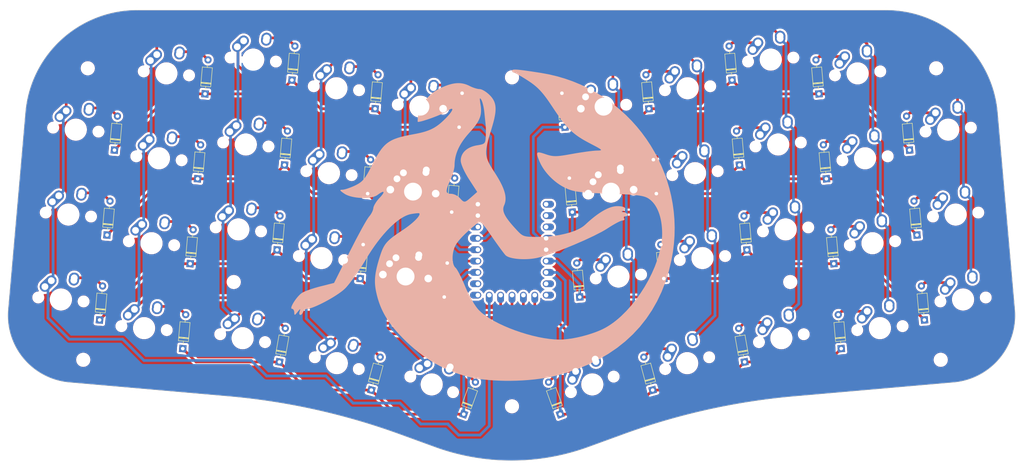
<source format=kicad_pcb>
(kicad_pcb (version 20221018) (generator pcbnew)
  (layers (0 "F.Cu" signal) (31 "B.Cu" signal) (34 "B.Paste" user) (35 "F.Paste" user) (36 "B.SilkS" user "B.Silkscreen") (37 "F.SilkS" user "F.Silkscreen") (38 "B.Mask" user) (39 "F.Mask" user) (44 "Edge.Cuts" user))
  (net 0 "")
  (net 1 "L1")
  (net 2 "Net-(D1-A)")
  (net 3 "Net-(D2-A)")
  (net 4 "Net-(D3-A)")
  (net 5 "Net-(D4-A)")
  (net 6 "Net-(D5-A)")
  (net 7 "L5")
  (net 8 "Net-(D6-A)")
  (net 9 "Net-(D7-A)")
  (net 10 "Net-(D8-A)")
  (net 11 "Net-(D9-A)")
  (net 12 "Net-(D10-A)")
  (net 13 "L2")
  (net 14 "Net-(D11-A)")
  (net 15 "Net-(D12-A)")
  (net 16 "Net-(D13-A)")
  (net 17 "Net-(D14-A)")
  (net 18 "Net-(D15-A)")
  (net 19 "L6")
  (net 20 "Net-(D16-A)")
  (net 21 "Net-(D17-A)")
  (net 22 "Net-(D18-A)")
  (net 23 "Net-(D19-A)")
  (net 24 "Net-(D20-A)")
  (net 25 "L3")
  (net 26 "Net-(D21-A)")
  (net 27 "Net-(D22-A)")
  (net 28 "Net-(D23-A)")
  (net 29 "Net-(D24-A)")
  (net 30 "Net-(D25-A)")
  (net 31 "L7")
  (net 32 "Net-(D26-A)")
  (net 33 "Net-(D27-A)")
  (net 34 "Net-(D28-A)")
  (net 35 "Net-(D29-A)")
  (net 36 "Net-(D30-A)")
  (net 37 "L4")
  (net 38 "Net-(D31-A)")
  (net 39 "Net-(D32-A)")
  (net 40 "Net-(D33-A)")
  (net 41 "Net-(D34-A)")
  (net 42 "L8")
  (net 43 "Net-(D35-A)")
  (net 44 "Net-(D36-A)")
  (net 45 "Net-(D37-A)")
  (net 46 "Net-(D38-A)")
  (net 47 "C1")
  (net 48 "C2")
  (net 49 "C3")
  (net 50 "C4")
  (net 51 "C5")
  (net 60 "GND")
  (footprint "_mx:MX-Alps-Hybrid-1U" (layer "F.Cu") (at 170.7997 118.918 -5)
    (fp_text reference "MX4" hide)
    (fp_text value "MX" hide)
  )
  (footprint "Diode_THT:D_DO-35_SOD27_P7.62mm_Horizontal" (layer "F.Cu") (at 158.0682 180.0928 80)
    (fp_text reference "D32" hide)
    (fp_text value "1N4148" hide)
  )
  (footprint "_mx:MX-Alps-Hybrid-1U" (layer "F.Cu") (at 131.1844 134.5749 -5)
    (fp_text reference "MX12" hide)
    (fp_text value "MX" hide)
  )
  (footprint "MountingHole:MountingHole_2.2mm_M2" (layer "F.Cu") (at 210 190)
    (fp_text reference "H4" hide)
    (fp_text value "MountingHole" hide)
  )
  (footprint "Diode_THT:D_DO-35_SOD27_P7.62mm_Horizontal" (layer "F.Cu") (at 242.2269 142.4754 95)
    (fp_text reference "D17" hide)
    (fp_text value "1N4148" hide)
  )
  (footprint "Diode_THT:D_DO-35_SOD27_P7.62mm_Horizontal" (layer "F.Cu") (at 302.065 170.7051 95)
    (fp_text reference "D30" hide)
    (fp_text value "1N4148" hide)
  )
  (footprint "_mx:MX-Alps-Hybrid-1U" (layer "F.Cu") (at 249.109 180.3587 15)
    (fp_text reference "MX36" hide)
    (fp_text value "MX" hide)
  )
  (footprint "_mx:MX-Alps-Hybrid-1U" (layer "F.Cu") (at 309.0383 147.1477 5)
    (fp_text reference "MX20" hide)
    (fp_text value "MX" hide)
  )
  (footprint "Diode_THT:D_DO-35_SOD27_P7.62mm_Horizontal" (layer "F.Cu") (at 198.1951 127.6253 85)
    (fp_text reference "D5" hide)
    (fp_text value "1N4148" hide)
  )
  (footprint "_mx:MX-Alps-Hybrid-1U" (layer "F.Cu") (at 170.891 180.3587 -15)
    (fp_text reference "MX33" hide)
    (fp_text value "MX" hide)
  )
  (footprint "Diode_THT:D_DO-35_SOD27_P7.62mm_Horizontal" (layer "F.Cu") (at 159.2107 136.0707 85)
    (fp_text reference "D13" hide)
    (fp_text value "1N4148" hide)
  )
  (footprint "Diode_THT:D_DO-35_SOD27_P7.62mm_Horizontal" (layer "F.Cu") (at 223.4652 146.6028 95)
    (fp_text reference "D16" hide)
    (fp_text value "1N4148" hide)
  )
  (footprint "_mx:MX-Alps-Hybrid-1U" (layer "F.Cu") (at 127.8638 172.5299 -5)
    (fp_text reference "MX31" hide)
    (fp_text value "MX" hide)
  )
  (footprint "MountingHole:MountingHole_2.2mm_M2" (layer "F.Cu") (at 305.7126 179.6111)
    (fp_text reference "H6" hide)
    (fp_text value "MountingHole" hide)
  )
  (footprint "_mx:MX-Alps-Hybrid-1U" (layer "F.Cu") (at 252.5209 156.873 5)
    (fp_text reference "MX27" hide)
    (fp_text value "MX" hide)
  )
  (footprint "_mx:MX-Alps-Hybrid-1U" (layer "F.Cu") (at 230.4386 123.0454 5)
    (fp_text reference "MX6" hide)
    (fp_text value "MX" hide)
  )
  (footprint "Diode_THT:D_DO-35_SOD27_P7.62mm_Horizontal" (layer "F.Cu") (at 194.8745 165.5803 85)
    (fp_text reference "D25" hide)
    (fp_text value "1N4148" hide)
  )
  (footprint "_mx:MX-Alps-Hybrid-1U" (layer "F.Cu") (at 271.0833 150.4683 5)
    (fp_text reference "MX28" hide)
    (fp_text value "MX" hide)
  )
  (footprint "_mx:MX-Alps-Hybrid-1U" (layer "F.Cu") (at 232.0989 142.0229 5)
    (fp_text reference "MX16" hide)
    (fp_text value "MX" hide)
  )
  (footprint "Diode_THT:D_DO-35_SOD27_P7.62mm_Horizontal" (layer "F.Cu") (at 298.7443 132.7501 95)
    (fp_text reference "D10" hide)
    (fp_text value "1N4148" hide)
  )
  (footprint "Diode_THT:D_DO-35_SOD27_P7.62mm_Horizontal" (layer "F.Cu") (at 157.5504 155.0482 85)
    (fp_text reference "D23" hide)
    (fp_text value "1N4148" hide)
  )
  (footprint "Diode_THT:D_DO-35_SOD27_P7.62mm_Horizontal" (layer "F.Cu") (at 283.5025 177.1098 95)
    (fp_text reference "D38" hide)
    (fp_text value "1N4148" hide)
  )
  (footprint "Diode_THT:D_DO-35_SOD27_P7.62mm_Horizontal" (layer "F.Cu") (at 199.2283 191.7639 70)
    (fp_text reference "D34" hide)
    (fp_text value "1N4148" hide)
  )
  (footprint "Diode_THT:D_DO-35_SOD27_P7.62mm_Horizontal" (layer "F.Cu") (at 176.1128 161.4529 85)
    (fp_text reference "D24" hide)
    (fp_text value "1N4148" hide)
  )
  (footprint "Diode_THT:D_DO-35_SOD27_P7.62mm_Horizontal" (layer "F.Cu") (at 117.935 170.7051 85)
    (fp_text reference "D21" hide)
    (fp_text value "1N4148" hide)
  )
  (footprint "_mx:MX-Alps-Hybrid-1U" (layer "F.Cu") (at 149.8665 174.7778 -10)
    (fp_text reference "MX32" hide)
    (fp_text value "MX" hide)
  )
  (footprint "_mx:MX-Alps-Hybrid-1U" (layer "F.Cu") (at 129.5241 153.5524 -5)
    (fp_text reference "MX22" hide)
    (fp_text value "MX" hide)
  )
  (footprint "Diode_THT:D_DO-35_SOD27_P7.62mm_Horizontal" (layer "F.Cu") (at 280.1819 139.1548 95)
    (fp_text reference "D19" hide)
    (fp_text value "1N4148" hide)
  )
  (footprint "_mx:MX-Alps-Hybrid-1U" (layer "F.Cu") (at 167.4791 156.873 -5)
    (fp_text reference "MX24" hide)
    (fp_text value "MX" hide)
  )
  (footprint "_mx:MX-Alps-Hybrid-1U" (layer "F.Cu") (at 112.622 128.1702 -5)
    (fp_text reference "MX1" hide)
    (fp_text value "MX" hide)
  )
  (footprint "_mx:MX-Alps-Hybrid-1U" (layer "F.Cu") (at 269.423 131.4908 5)
    (fp_text reference "MX18" hide)
    (fp_text value "MX" hide)
  )
  (footprint "_mx:MX-Alps-Hybrid-1U" (layer "F.Cu") (at 187.9011 142.0229 -5)
    (fp_text reference "MX15" hide)
    (fp_text value "MX" hide)
  )
  (footprint "_mx:MX-Alps-Hybrid-1U" (layer "F.Cu") (at 110.9617 147.1477 -5)
    (fp_text reference "MX11" hide)
    (fp_text value "MX" hide)
  )
  (footprint "Diode_THT:D_DO-35_SOD27_P7.62mm_Horizontal" (layer "F.Cu") (at 221.8049 127.6253 95)
    (fp_text reference "D6" hide)
    (fp_text value "1N4148" hide)
  )
  (footprint "MountingHole:MountingHole_2.2mm_M2" (layer "F.Cu") (at 304.7024 114.4612 5)
    (fp_text reference "H5" hide)
    (fp_text value "MountingHole" hide)
  )
  (footprint "Diode_THT:D_DO-35_SOD27_P7.62mm_Horizontal" (layer "F.Cu") (at 121.2557 132.7501 85)
    (fp_text reference "D1" hide)
    (fp_text value "1N4148" hide)
  )
  (footprint "_mx:MX-Alps-Hybrid-1U" (layer "F.Cu") (at 132.8447 115.5974 -5)
    (fp_text reference "MX2" hide)
    (fp_text value "MX" hide)
  )
  (footprint "_mx:MX-Alps-Hybrid-1U" (layer "F.Cu") (at 288.8156 134.5749 5)
    (fp_text reference "MX19" hide)
    (fp_text value "MX" hide)
  )
  (footprint "_mx:MX-Alps-Hybrid-1U" (layer "F.Cu") (at 249.2003 118.918 5)
    (fp_text reference "MX7" hide)
    (fp_text value "MX" hide)
  )
  (footprint "MountingHole:MountingHole_2.2mm_M2" (layer "F.Cu") (at 210 116.4828)
    (fp_text reference "H1" hide)
    (fp_text value "MountingHole" hide)
  )
  (footprint "_mx:MX-Alps-Hybrid-1U" (layer "F.Cu") (at 189.5614 123.0454 -5)
    (fp_text reference "MX5" hide)
    (fp_text value "MX" hide)
  )
  (footprint "Diode_THT:D_DO-35_SOD27_P7.62mm_Horizontal" (layer "F.Cu") (at 260.7893 136.0707 95)
    (fp_text reference "D18" hide)
    (fp_text value "1N4148" hide)
  )
  (footprint "_mcu:rp2040-zero-tht" (layer "F.Cu") (at 210 155)
    (fp_text reference "U1" hide)
    (fp_text value "rp2040-zero" hide)
  )
  (footprint "_mx:MX-Alps-Hybrid-1U" (layer "F.Cu") (at 150.577 131.4908 -5)
    (fp_text reference "MX13" hide)
    (fp_text value "MX" hide)
  )
  (footprint "_mx:MX-Alps-Hybrid-1U" (layer "F.Cu") (at 270.1335 174.7778 10)
    (fp_text reference "MX37" hide)
    (fp_text value "MX" hide)
  )
  (footprint "Diode_THT:D_DO-35_SOD27_P7.62mm_Horizontal" (layer "F.Cu") (at 281.8422 158.1323 95)
    (fp_text reference "D29" hide)
    (fp_text value "1N4148" hide)
  )
  (footprint "Diode_THT:D_DO-35_SOD27_P7.62mm_Horizontal" (layer "F.Cu") (at 225.1255 165.5803 95)
    (fp_text reference "D26" hide)
    (fp_text value "1N4148" hide)
  )
  (footprint "Diode_THT:D_DO-35_SOD27_P7.62mm_Horizontal" (layer "F.Cu") (at 177.7731 142.4754 85)
    (fp_text reference "D14" hide)
    (fp_text value "1N4148" hide)
  )
  (footprint "_mx:MX-Alps-Hybrid-1U" (layer "F.Cu") (at 233.7592 161.0004 5)
    (fp_text reference "MX26" hide)
    (fp_text value "MX" hide)
  )
  (footprint "_mx:MX-Alps-Hybrid-1U" (layer "F.Cu") (at 169.1394 137.8955 -5)
    (fp_text reference "MX14" hide)
    (fp_text value "MX" hide)
  )
  (footprint "_mx:MX-Alps-Hybrid-1U" (layer "F.Cu") (at 227.9258 185.1055 20)
    (fp_text reference "MX35" hide)
    (fp_text value "MX" hide)
  )
  (footprint "_mx:MX-Alps-Hybrid-1U" (layer "F.Cu") (at 292.1362 172.5299 5)
    (fp_text reference "MX38" hide)
    (fp_text value "MX" hide)
  )
  (footprint "MountingHole:MountingHole_2.2mm_M2" (layer "F.Cu") (at 272.1117 162.2225 5)
    (fp_text reference "H7" hide)
    (fp_text value "MountingHole" hide)
  )
  (footprint "_mx:MX-Alps-Hybrid-1U" (layer "F.Cu") (at 192.0742 185.1055 -20)
    (fp_text reference "MX34" hide)
    (fp_text value "MX" hide)
  )
  (footprint "_mx:MX-Alps-Hybrid-1U" (layer "F.Cu") (at 267.7627 112.5133 5)
    (fp_text reference "MX8" hide)
    (fp_text value "MX" hide)
  )
  (footprint "Diode_THT:D_DO-35_SOD27_P7.62mm_Horizontal" (layer "F.Cu") (at 240.5666 123.4979 95)
    (fp_text reference "D7" hide)
    (fp_text value "1N4148" hide)
  )
  (footprint "_mx:MX-Alps-Hybrid-1U" (layer "F.Cu") (at 250.8606 137.8955 5)
    (fp_text reference "MX17" hide)
    (fp_text value "MX" hide)
  )
  (footprint "Diode_THT:D_DO-35_SOD27_P7.62mm_Horizontal" (layer "F.Cu") (at 220.7717 191.7639 110)
    (fp_text reference "D35" hide)
    (fp_text value "1N4148" hide)
  )
  (footprint "_mx:MX-Alps-Hybrid-1U" (layer "F.Cu") (at 148.9167 150.4683 -5)
    (fp_text reference "MX23" hide)
    (fp_text value "MX" hide)
  )
  (footprint "Diode_THT:D_DO-35_SOD27_P7.62mm_Horizontal" (layer "F.Cu") (at 300.4046 151.7276 95)
    (fp_text reference "D20" hide)
    (fp_text value "1N4148" hide)
  )
  (footprint "Diode_THT:D_DO-35_SOD27_P7.62mm_Horizontal" (layer "F.Cu") (at 278.5216 120.1773 95)
    (fp_text reference "D9" hide)
    (fp_text value "1N4148" hide)
  )
  (footprint "_mx:MX-Alps-Hybrid-1U" (layer "F.Cu") (at 287.1553 115.5974 5)
    (fp_text reference "MX9" hide)
    (fp_text value "MX" hide)
  )
  (footprint "Diode_THT:D_DO-35_SOD27_P7.62mm_Horizontal" (layer "F.Cu") (at 136.4975 177.1098 85)
    (fp_text reference "D31" hide)
    (fp_text value "1N4148" hide)
  )
  (footprint "Diode_THT:D_DO-35_SOD27_P7.62mm_Horizontal" (layer "F.Cu") (at 160.871 117.0932 85)
    (fp_text reference "D3" hide)
    (fp_text value "1N4148" hide)
  )
  (footprint "Diode_THT:D_DO-35_SOD27_P7.62mm_Horizontal" (layer "F.Cu") (at 241.4018 186.3683 105)
    (fp_text reference "D36" hide)
    (fp_text value "1N4148" hide)
  )
  (footprint "_mx:MX-Alps-Hybrid-1U" (layer "F.Cu") (at 152.2373 112.5133 -5)
    (fp_text reference "MX3" hide)
    (fp_text value "MX" hide)
  )
  (footprint "Diode_THT:D_DO-35_SOD27_P7.62mm_Horizontal" (layer "F.Cu") (at 119.5954 151.7276 85)
    (fp_text reference "D11" hide)
    (fp_text value "1N4148" hide)
  )
  (footprint "_mx:MX-Alps-Hybrid-1U" (layer "F.Cu") (at 307.378 128.1702 5)
    (fp_text reference "MX10" hide)
    (fp_text value "MX" hide)
  )
  (footprint "MountingHole:MountingHole_2.2mm_M2" (layer "F.Cu") (at 147.8883 162.2225 -5)
    (fp_text reference "H3" hide)
    (fp_text value "MountingHole" hide)
  )
  (footprint "MountingHole:MountingHole_2.2mm_M2" (layer "F.Cu") (at 115.2976 114.4612 -5)
    (fp_text reference "H8" hide)
    (fp_text value "MountingHole" hide)
  )
  (footprint "Diode_THT:D_DO-35_SOD27_P7.62mm_Horizontal" (layer "F.Cu") (at 261.9318 180.0928 100)
    (fp_text reference "D37" hide)
    (fp_text value "1N4148" hide)
  )
  (footprint "Diode_THT:D_DO-35_SOD27_P7.62mm_Horizontal" (layer "F.Cu") (at 178.5982 186.3683 75)
    (fp_text reference "D33" hide)
    (fp_text value "1N4148" hide)
  )
  (footprint "MountingHole:MountingHole_2.2mm_M2" (layer "F.Cu") (at 114.2874 179.6111 -5)
    (fp_text reference "H2" hide)
    (fp_text value "MountingHole" hide)
  )
  (footprint "Diode_THT:D_DO-35_SOD27_P7.62mm_Horizontal" (layer "F.Cu") (at 179.4334 123.4979 85)
    (fp_text reference "D4" hide)
    (fp_text value "1N4148" hide)
  )
  (footprint "_mx:MX-Alps-Hybrid-1U" (layer "F.Cu") (at 290.4759 153.5524 5)
    (fp_text reference "MX29" hide)
    (fp_text value "MX" hide)
  )
  (footprint "_mx:MX-Alps-Hybrid-1U" (layer "F.Cu") (at 109.3013 166.1252 -5)
    (fp_text reference "MX21" hide)
    (fp_text value "MX" hide)
  )
  (footprint "_mx:MX-Alps-Hybrid-1U" (layer "F.Cu") (at 310.6987 166.1252 5)
    (fp_text reference "MX30" hide)
    (fp_text value "MX" hide)
  )
  (footprint "Diode_THT:D_DO-35_SOD27_P7.62mm_Horizontal" (layer "F.Cu") (at 139.8181 139.1548 85)
    (fp_text reference "D12" hide)
    (fp_text value "1N4148" hide)
  )
  (footprint "Diode_THT:D_DO-35_SOD27_P7.62mm_Horizontal" (layer "F.Cu") (at 262.4496 155.0482 95)
    (fp_text reference "D28" hide)
    (fp_text value "1N4148" hide)
  )
  (footprint "Diode_THT:D_DO-35_SOD27_P7.62mm_Horizontal" (layer "F.Cu") (at 138.1578 158.1323 85)
    (fp_text reference "D22" hide)
    (fp_text value "1N4148" hide)
  )
  (footprint "Diode_THT:D_DO-35_SOD27_P7.62mm_Horizontal" (layer "F.Cu") (at 243.8872 161.4529 95)
    (fp_text reference "D27" hide)
    (fp_text value "1N4148" hide)
  )
  (footprint "Diode_THT:D_DO-35_SOD27_P7.62mm_Horizontal" (layer "F.Cu") (at 141.4784 120.1773 85)
    (fp_text reference "D2" hide)
    (fp_text value "1N4148" hide)
  )
  (footprint "_mx:MX-Alps-Hybrid-1U" (layer "F.Cu") (at 186.2408 161.0004 -5)
    (fp_text reference "MX25" hide)
    (fp_text value "MX" hide)
  )
  (footprint "Diode_THT:D_DO-35_SOD27_P7.62mm_Horizontal" (layer "F.Cu") (at 196.5348 146.6028 85)
    (fp_text reference "D15" hide)
    (fp_text value "1N4148" hide)
  )
  (footprint "Diode_THT:D_DO-35_SOD27_P7.62mm_Horizontal" (layer "F.Cu") (at 259.129 117.0932 95)
    (fp_text reference "D8" hide)
    (fp_text value "1N4148" hide)
  )
  (gr_poly (pts (xy 210.749835 114.74477) (xy 210.885577 114.748673) (xy 211.035848 114.756214) (xy 211.201266 114.76744) (xy 211.382447 114.782398) (xy 211.580009 114.801133) (xy 212.026747 114.850126) (xy 212.546418 114.914791) (xy 213.143961 114.995502) (xy 213.824315 115.092631) (xy 214.592418 115.206553) (xy 215.453211 115.337639) (xy 216.411632 115.486264) (xy 218.25717 115.824003) (xy 220.062328 116.252924) (xy 221.825119 116.770176) (xy 223.543559 117.372909) (xy 225.215661 118.058272) (xy 226.839441 118.823414) (xy 228.412912 119.665485) (xy 229.934089 120.581632) (xy 231.400986 121.569007) (xy 232.811618 122.624758) (xy 234.163998 123.746034) (xy 235.456143 124.929984) (xy 236.686065 126.173759) (xy 237.851779 127.474506) (xy 238.9513 128.829375) (xy 239.982643 130.235516) (xy 240.94382 131.690078) (xy 241.832848 133.190209) (xy 242.64774 134.73306) (xy 243.38651 136.315779) (xy 244.047174 137.935515) (xy 244.627745 139.589418) (xy 245.126237 141.274638) (xy 245.540667 142.988323) (xy 245.869046 144.727622) (xy 246.109391 146.489685) (xy 246.259716 148.271661) (xy 246.318034 150.0707) (xy 246.28236 151.883949) (xy 246.150709 153.70856) (xy 245.921096 155.54168) (xy 245.591533 157.38046) (xy 245.003446 159.82973) (xy 244.273598 162.172399) (xy 243.403068 164.407386) (xy 242.392936 166.533616) (xy 241.244279 168.550008) (xy 239.958178 170.455486) (xy 238.535711 172.248971) (xy 236.977958 173.929384) (xy 235.285998 175.495649) (xy 233.460909 176.946685) (xy 231.503771 178.281416) (xy 229.415663 179.498763) (xy 227.197664 180.597648) (xy 224.850853 181.576993) (xy 222.376309 182.43572) (xy 219.775112 183.17275) (xy 218.678011 183.425883) (xy 217.513909 183.647393) (xy 216.293365 183.837174) (xy 215.026941 183.99512) (xy 213.725199 184.121126) (xy 212.398698 184.215087) (xy 211.058 184.276897) (xy 209.713665 184.306451) (xy 208.376256 184.303644) (xy 207.056333 184.26837) (xy 205.764456 184.200524) (xy 204.511187 184.1) (xy 203.307087 183.966694) (xy 202.162716 183.800499) (xy 201.088637 183.601311) (xy 200.095409 183.369024) (xy 200.095407 183.369026) (xy 200.095406 183.369029) (xy 200.095404 183.369032) (xy 200.095402 183.369035) (xy 200.0954 183.369037) (xy 200.095398 183.36904) (xy 200.095396 183.369042) (xy 200.095394 183.369045) (xy 200.095392 183.369047) (xy 200.095389 183.369048) (xy 200.095387 183.36905) (xy 200.095385 183.369051) (xy 200.095383 183.369053) (xy 200.095382 183.369053) (xy 200.095381 183.369054) (xy 200.09538 183.369054) (xy 200.095379 183.369054) (xy 200.095378 183.369054) (xy 199.00373 183.062302) (xy 197.934429 182.720044) (xy 196.886465 182.341652) (xy 195.85883 181.926502) (xy 194.850515 181.473968) (xy 193.860511 180.983424) (xy 192.88781 180.454245) (xy 191.931403 179.885805) (xy 190.99028 179.277479) (xy 190.063433 178.62864) (xy 189.149854 177.938664) (xy 188.248533 177.206925) (xy 187.358461 176.432796) (xy 186.478631 175.615653) (xy 185.608032 174.75487) (xy 184.745656 173.84982) (xy 184.234898 173.284613) (xy 183.754021 172.72419) (xy 183.302175 172.166981) (xy 182.87851 171.611415) (xy 182.482175 171.05592) (xy 182.112318 170.498925) (xy 181.76809 169.938859) (xy 181.448638 169.374151) (xy 181.153114 168.803231) (xy 180.880665 168.224526) (xy 180.630441 167.636467) (xy 180.401592 167.03748) (xy 180.193265 166.425997) (xy 180.004612 165.800445) (xy 179.83478 165.159254) (xy 179.68292 164.500852) (xy 179.592077 164.044468) (xy 179.518457 163.599241) (xy 179.462434 163.161552) (xy 179.424379 162.727782) (xy 179.404665 162.294315) (xy 179.403663 161.85753) (xy 179.421747 161.41381) (xy 179.459288 160.959537) (xy 179.516658 160.491091) (xy 179.594231 160.004856) (xy 179.692377 159.497212) (xy 179.81147 158.964541) (xy 179.951882 158.403224) (xy 180.113984 157.809644) (xy 180.29815 157.180182) (xy 180.504751 156.51122) (xy 180.669564 156.004798) (xy 180.831904 155.543159) (xy 180.996514 155.120775) (xy 181.168134 154.732116) (xy 181.351506 154.371654) (xy 181.551373 154.033859) (xy 181.772474 153.713204) (xy 182.019554 153.404159) (xy 182.297352 153.101195) (xy 182.610611 152.798784) (xy 182.964072 152.491396) (xy 183.362477 152.173502) (xy 183.810568 151.839575) (xy 184.313086 151.484085) (xy 184.874773 151.101502) (xy 185.500371 150.6863) (xy 185.950775 150.383042) (xy 186.383375 150.077746) (xy 186.795886 149.772712) (xy 187.18602 149.470236) (xy 187.551492 149.172618) (xy 187.890016 148.882155) (xy 188.199306 148.601146) (xy 188.477074 148.331889) (xy 188.721036 148.076683) (xy 188.928904 147.837825) (xy 189.098393 147.617614) (xy 189.227216 147.418348) (xy 189.313087 147.242325) (xy 189.339202 147.163748) (xy 189.353721 147.091844) (xy 189.356359 147.026899) (xy 189.34683 146.969202) (xy 189.324848 146.919039) (xy 189.290128 146.876699) (xy 189.280446 146.870085) (xy 189.266598 146.864321) (xy 189.226871 146.855301) (xy 189.17187 146.849558) (xy 189.102521 146.84701) (xy 189.019746 146.847575) (xy 188.924469 146.851174) (xy 188.817616 146.857725) (xy 188.700109 146.867146) (xy 188.572873 146.879356) (xy 188.436832 146.894275) (xy 188.142029 146.931913) (xy 187.823093 146.979409) (xy 187.487417 147.036115) (xy 187.222186 147.092939) (xy 186.950549 147.169627) (xy 186.672826 147.265859) (xy 186.389337 147.381315) (xy 186.1004 147.515677) (xy 185.806335 147.668623) (xy 185.2041 148.028995) (xy 184.585187 148.459872) (xy 183.95215 148.958699) (xy 183.307546 149.522919) (xy 182.653931 150.149975) (xy 181.993859 150.83731) (xy 181.329886 151.582367) (xy 180.664567 152.38259) (xy 180.000459 153.235422) (xy 179.340116 154.138306) (xy 178.686094 155.088685) (xy 178.040949 156.084002) (xy 177.407236 157.121701) (xy 176.786189 158.141129) (xy 176.13343 159.161205) (xy 175.468494 160.154668) (xy 174.810913 161.094254) (xy 174.18022 161.952701) (xy 173.595949 162.702746) (xy 173.077633 163.317128) (xy 172.849312 163.564925) (xy 172.644804 163.768583) (xy 172.274214 164.09291) (xy 171.833235 164.437685) (xy 171.332603 164.7972) (xy 170.783058 165.165745) (xy 170.195336 165.537612) (xy 169.580175 165.907093) (xy 168.948313 166.268478) (xy 168.310488 166.61606) (xy 167.677436 166.944128) (xy 167.059895 167.246976) (xy 166.468604 167.518894) (xy 165.914299 167.754173) (xy 165.407719 167.947106) (xy 164.9596 168.091983) (xy 164.580681 168.183095) (xy 164.281699 168.214734) (xy 164.248581 168.215635) (xy 164.215198 168.218306) (xy 164.18161 168.222704) (xy 164.147873 168.228785) (xy 164.114046 168.236505) (xy 164.080186 168.245819) (xy 164.012602 168.269056) (xy 163.945582 168.298141) (xy 163.879592 168.332722) (xy 163.815093 168.372446) (xy 163.752549 168.416961) (xy 163.692423 168.465913) (xy 163.635179 168.518949) (xy 163.581279 168.575717) (xy 163.531188 168.635863) (xy 163.485367 168.699034) (xy 163.444281 168.764878) (xy 163.408393 168.833042) (xy 163.392543 168.867884) (xy 163.378165 168.903173) (xy 163.342186 168.991068) (xy 163.304307 169.072671) (xy 163.264793 169.148019) (xy 163.223911 169.217153) (xy 163.181924 169.280111) (xy 163.139098 169.336933) (xy 163.095699 169.387657) (xy 163.051991 169.432323) (xy 163.008239 169.47097) (xy 162.96471 169.503637) (xy 162.921667 169.530363) (xy 162.879377 169.551187) (xy 162.838104 169.566148) (xy 162.798113 169.575286) (xy 162.75967 169.578639) (xy 162.72304 169.576246) (xy 162.688488 169.568148) (xy 162.65628 169.554382) (xy 162.626679 169.534988) (xy 162.599952 169.510006) (xy 162.576364 169.479473) (xy 162.55618 169.44343) (xy 162.539665 169.401915) (xy 162.527084 169.354967) (xy 162.518703 169.302626) (xy 162.514786 169.244931) (xy 162.515599 169.181921) (xy 162.521406 169.113634) (xy 162.532475 169.040111) (xy 162.549068 168.96139) (xy 162.571452 168.87751) (xy 162.599891 168.788511) (xy 162.638353 168.674105) (xy 162.669231 168.575568) (xy 162.692232 168.492971) (xy 162.707064 168.426389) (xy 162.711324 168.399126) (xy 162.713433 168.375893) (xy 162.713352 168.356702) (xy 162.711045 168.341559) (xy 162.706477 168.330475) (xy 162.699609 168.323458) (xy 162.690406 168.320519) (xy 162.678831 168.321665) (xy 162.664847 168.326906) (xy 162.648418 168.336252) (xy 162.629507 168.349711) (xy 162.608077 168.367293) (xy 162.557514 168.414861) (xy 162.496437 168.47903) (xy 162.424553 168.559872) (xy 162.341568 168.657461) (xy 162.247189 168.77187) (xy 162.141124 168.903173) (xy 162.024309 169.047799) (xy 161.920335 169.17356) (xy 161.828449 169.280571) (xy 161.747897 169.368947) (xy 161.677925 169.438803) (xy 161.646671 169.466822) (xy 161.617779 169.490254) (xy 161.591156 169.509113) (xy 161.566706 169.523415) (xy 161.544336 169.533173) (xy 161.523952 169.538402) (xy 161.505459 169.539116) (xy 161.488762 169.535329) (xy 161.473769 169.527057) (xy 161.460384 169.514313) (xy 161.448514 169.497112) (xy 161.438063 169.475467) (xy 161.428938 169.449395) (xy 161.421045 169.418908) (xy 161.41429 169.384022) (xy 161.408577 169.34475) (xy 161.399905 169.253108) (xy 161.394275 169.144098) (xy 161.390933 169.017835) (xy 161.38682 168.936017) (xy 161.377911 168.856492) (xy 161.36446 168.779674) (xy 161.346719 168.705973) (xy 161.324943 168.635802) (xy 161.299383 168.569572) (xy 161.270294 168.507695) (xy 161.237928 168.450583) (xy 161.202539 168.398647) (xy 161.164379 168.352301) (xy 161.123702 168.311955) (xy 161.102499 168.29416) (xy 161.080761 168.278021) (xy 161.058521 168.263587) (xy 161.035809 168.25091) (xy 161.012658 168.240043) (xy 160.989099 168.231036) (xy 160.965164 168.223941) (xy 160.940884 168.21881) (xy 160.916292 168.215693) (xy 160.891418 168.214643) (xy 160.832098 168.206745) (xy 160.786369 168.183622) (xy 160.753699 168.146135) (xy 160.733554 168.09514) (xy 160.725404 168.031496) (xy 160.728713 167.956063) (xy 160.742951 167.869697) (xy 160.767583 167.773259) (xy 160.802077 167.667606) (xy 160.845901 167.553596) (xy 160.959405 167.303943) (xy 161.103833 167.031167) (xy 161.274923 166.742135) (xy 161.468412 166.443716) (xy 161.680039 166.142778) (xy 161.90554 165.846188) (xy 162.140654 165.560814) (xy 162.381119 165.293524) (xy 162.622672 165.051185) (xy 162.742525 164.941519) (xy 162.861052 164.840667) (xy 162.977719 164.749486) (xy 163.091994 164.668836) (xy 163.212596 164.595201) (xy 163.361136 164.515727) (xy 163.535512 164.431162) (xy 163.733618 164.342254) (xy 164.192608 164.154403) (xy 164.721273 163.958163) (xy 165.302779 163.759521) (xy 165.920294 163.564463) (xy 166.556984 163.378977) (xy 167.196017 163.20905) (xy 170.272841 162.432561) (xy 173.742358 155.503362) (xy 175.158914 152.736178) (xy 176.451112 150.324064) (xy 177.00598 149.332177) (xy 177.476242 148.52628) (xy 177.844059 147.93878) (xy 178.091592 147.602086) (xy 178.181554 147.498328) (xy 178.269677 147.388196) (xy 178.355476 147.272655) (xy 178.438467 147.152672) (xy 178.518162 147.029213) (xy 178.594078 146.903242) (xy 178.665727 146.775727) (xy 178.732626 146.647634) (xy 178.794288 146.519927) (xy 178.850227 146.393574) (xy 178.899959 146.26954) (xy 178.942998 146.148791) (xy 178.978858 146.032293) (xy 179.007054 145.921011) (xy 179.0271 145.815913) (xy 179.038511 145.717963) (xy 179.052194 145.617915) (xy 179.078914 145.506665) (xy 179.117961 145.385385) (xy 179.168625 145.255249) (xy 179.230194 145.11743) (xy 179.301958 144.973101) (xy 179.383207 144.823434) (xy 179.473231 144.669604) (xy 179.571319 144.512784) (xy 179.676761 144.354145) (xy 179.788846 144.194862) (xy 179.906864 144.036107) (xy 180.030104 143.879053) (xy 180.157856 143.724874) (xy 180.28941 143.574743) (xy 180.424055 143.429832) (xy 180.662453 143.173243) (xy 180.863044 142.941501) (xy 181.026345 142.735412) (xy 181.152874 142.555779) (xy 181.20251 142.476136) (xy 181.243148 142.403409) (xy 181.274851 142.337699) (xy 181.297685 142.279105) (xy 181.311713 142.22773) (xy 181.317002 142.183673) (xy 181.313614 142.147035) (xy 181.301616 142.117917) (xy 181.281072 142.096419) (xy 181.252046 142.082643) (xy 181.214603 142.076687) (xy 181.168808 142.078654) (xy 181.114725 142.088643) (xy 181.05242 142.106756) (xy 180.981957 142.133093) (xy 180.9034 142.167754) (xy 180.816814 142.21084) (xy 180.722264 142.262452) (xy 180.509531 142.391655) (xy 180.265718 142.556169) (xy 179.991342 142.756797) (xy 179.856393 142.848986) (xy 179.704997 142.934395) (xy 179.538183 143.013057) (xy 179.35698 143.085006) (xy 178.955527 143.208904) (xy 178.508873 143.30636) (xy 178.025253 143.377649) (xy 177.512902 143.423041) (xy 176.980054 143.442811) (xy 176.434946 143.43723) (xy 175.885813 143.406572) (xy 175.340889 143.35111) (xy 174.80841 143.271115) (xy 174.29661 143.166862) (xy 173.813726 143.038622) (xy 173.367991 142.886668) (xy 172.967642 142.711273) (xy 172.78706 142.61487) (xy 172.620913 142.51271) (xy 172.424824 142.381435) (xy 172.252196 142.262643) (xy 172.10273 142.155774) (xy 171.976128 142.060271) (xy 171.872092 141.975578) (xy 171.790324 141.901135) (xy 171.757697 141.867583) (xy 171.730526 141.836385) (xy 171.721792 141.824776) (xy 195.409281 141.824776) (xy 195.409719 141.915179) (xy 195.417439 141.997953) (xy 195.432455 142.073376) (xy 195.454779 142.141726) (xy 195.484424 142.203281) (xy 195.521404 142.258316) (xy 195.565732 142.307111) (xy 195.61742 142.349941) (xy 195.676482 142.387086) (xy 195.742931 142.418821) (xy 195.81678 142.445425) (xy 195.98673 142.484349) (xy 196.186436 142.506075) (xy 196.416004 142.512824) (xy 196.529952 142.517587) (xy 196.649161 142.53156) (xy 196.772653 142.554273) (xy 196.899451 142.585256) (xy 197.028576 142.624038) (xy 197.159052 142.670148) (xy 197.2899 142.723116) (xy 197.420144 142.78247) (xy 197.548804 142.847741) (xy 197.674904 142.918457) (xy 197.797466 142.994148) (xy 197.915512 143.074344) (xy 198.028065 143.158573) (xy 198.134146 143.246365) (xy 198.232779 143.337249) (xy 198.322986 143.430755) (xy 198.505958 143.631357) (xy 198.669764 143.804769) (xy 198.745604 143.881182) (xy 198.818 143.950684) (xy 198.887404 144.013235) (xy 198.954264 144.068797) (xy 199.019029 144.117332) (xy 199.082151 144.158803) (xy 199.144077 144.19317) (xy 199.205259 144.220396) (xy 199.266144 144.240443) (xy 199.327183 144.253271) (xy 199.388826 144.258844) (xy 199.451522 144.257123) (xy 199.515721 144.24807) (xy 199.581872 144.231646) (xy 199.650425 144.207814) (xy 199.721829 144.176535) (xy 199.796534 144.137771) (xy 199.87499 144.091484) (xy 199.957646 144.037635) (xy 200.044951 143.976187) (xy 200.137357 143.907102) (xy 200.235311 143.830341) (xy 200.449664 143.653638) (xy 200.691608 143.445774) (xy 200.96474 143.206443) (xy 200.964603 143.206458) (xy 202.229465 142.093238) (xy 200.390895 139.248634) (xy 200.197537 138.94298) (xy 200.010994 138.635269) (xy 199.661479 138.020721) (xy 199.348598 137.419092) (xy 199.078598 136.844483) (xy 198.961629 136.571717) (xy 198.857723 136.310993) (xy 198.767661 136.064076) (xy 198.692222 135.832726) (xy 198.632189 135.618706) (xy 198.588341 135.42378) (xy 198.56146 135.24971) (xy 198.552326 135.098258) (xy 198.556452 134.936161) (xy 198.568759 134.776631) (xy 198.589141 134.619769) (xy 198.617494 134.465672) (xy 198.65371 134.31444) (xy 198.697684 134.166172) (xy 198.749311 134.020965) (xy 198.808484 133.87892) (xy 198.875099 133.740134) (xy 198.949048 133.604707) (xy 199.030226 133.472737) (xy 199.118528 133.344323) (xy 199.213847 133.219564) (xy 199.316079 133.098559) (xy 199.425116 132.981407) (xy 199.540854 132.868205) (xy 199.663186 132.759054) (xy 199.792007 132.654052) (xy 199.927212 132.553298) (xy 200.068693 132.45689) (xy 200.216346 132.364927) (xy 200.370064 132.277509) (xy 200.529742 132.194733) (xy 200.695274 132.1167) (xy 200.866555 132.043506) (xy 201.043478 131.975252) (xy 201.225938 131.912037) (xy 201.413829 131.853958) (xy 201.607045 131.801115) (xy 201.80548 131.753606) (xy 202.009029 131.71153) (xy 202.217586 131.674987) (xy 202.524497 131.624464) (xy 202.795636 131.57544) (xy 203.033335 131.525542) (xy 203.239927 131.472399) (xy 203.332287 131.443869) (xy 203.417745 131.413638) (xy 203.496592 131.381409) (xy 203.569121 131.346886) (xy 203.635622 131.309772) (xy 203.696387 131.26977) (xy 203.751707 131.226585) (xy 203.801876 131.17992) (xy 203.847183 131.129477) (xy 203.88792 131.074961) (xy 203.924379 131.016075) (xy 203.956852 130.952522) (xy 203.98563 130.884006) (xy 204.011005 130.81023) (xy 204.033268 130.730897) (xy 204.052711 130.645712) (xy 204.084301 130.456597) (xy 204.10811 130.240512) (xy 204.12647 129.995084) (xy 204.141712 129.717942) (xy 204.156085 129.365252) (xy 204.165439 129.000007) (xy 204.169862 128.632791) (xy 204.169442 128.274188) (xy 204.164265 127.93478) (xy 204.15442 127.625151) (xy 204.139994 127.355884) (xy 204.121074 127.137562) (xy 203.989386 125.90798) (xy 203.816745 124.240742) (xy 203.766498 123.827406) (xy 203.700868 123.411227) (xy 203.622634 123.003499) (xy 203.53457 122.615519) (xy 203.439455 122.25858) (xy 203.340065 121.943978) (xy 203.289635 121.806083) (xy 203.239177 121.683008) (xy 203.189039 121.576165) (xy 203.139568 121.486966) (xy 203.076329 121.387603) (xy 203.047414 121.34521) (xy 203.020291 121.307733) (xy 202.994951 121.275216) (xy 202.971386 121.247702) (xy 202.949586 121.225235) (xy 202.929545 121.207857) (xy 202.911252 121.195612) (xy 202.8947 121.188543) (xy 202.887074 121.186963) (xy 202.879879 121.186694) (xy 202.873116 121.18774) (xy 202.866783 121.190107) (xy 202.860878 121.193801) (xy 202.855401 121.198826) (xy 202.845725 121.212895) (xy 202.837748 121.232356) (xy 202.831459 121.257252) (xy 202.826852 121.287628) (xy 202.823917 121.323526) (xy 202.822645 121.36499) (xy 202.823029 121.412063) (xy 202.825059 121.464787) (xy 202.828728 121.523207) (xy 202.840945 121.657307) (xy 202.859612 121.814707) (xy 202.884661 121.995754) (xy 202.916024 122.200793) (xy 202.953632 122.430173) (xy 203.023081 122.892207) (xy 203.069686 123.327432) (xy 203.09181 123.740041) (xy 203.087817 124.134223) (xy 203.056069 124.51417) (xy 203.029275 124.700116) (xy 202.994929 124.884074) (xy 202.952826 125.066569) (xy 202.902762 125.248125) (xy 202.844532 125.429266) (xy 202.777931 125.610515) (xy 202.702754 125.792397) (xy 202.618798 125.975435) (xy 202.423728 126.347076) (xy 202.191082 126.729629) (xy 201.919226 127.127285) (xy 201.606522 127.544236) (xy 201.251333 127.984672) (xy 200.852023 128.452785) (xy 200.406955 128.952767) (xy 200.009117 129.405688) (xy 199.638382 129.856059) (xy 199.294545 130.30434) (xy 198.977397 130.750995) (xy 198.686732 131.196484) (xy 198.422344 131.64127) (xy 198.184024 132.085813) (xy 197.971566 132.530575) (xy 197.784763 132.976019) (xy 197.623407 133.422605) (xy 197.487293 133.870795) (xy 197.376212 134.321052) (xy 197.289959 134.773835) (xy 197.228325 135.229609) (xy 197.191104 135.688833) (xy 197.178089 136.151969) (xy 197.173119 136.285814) (xy 197.159046 136.436273) (xy 197.136338 136.601698) (xy 197.105461 136.780442) (xy 197.066882 136.970858) (xy 197.021068 137.171299) (xy 196.968486 137.380117) (xy 196.909602 137.595666) (xy 196.774796 138.040368) (xy 196.620386 138.492227) (xy 196.536996 138.716722) (xy 196.450105 138.938065) (xy 196.36018 139.15461) (xy 196.267688 139.364707) (xy 196.060321 139.82915) (xy 195.881351 140.247544) (xy 195.730882 140.622109) (xy 195.609019 140.955065) (xy 195.515867 141.24863) (xy 195.45153 141.505025) (xy 195.416112 141.726468) (xy 195.409281 141.824776) (xy 171.721792 141.824776) (xy 171.708772 141.807471) (xy 171.692399 141.780771) (xy 171.681369 141.756215) (xy 171.675646 141.733734) (xy 171.675191 141.713258) (xy 171.679968 141.694718) (xy 171.689939 141.678043) (xy 171.705068 141.663164) (xy 171.725316 141.650012) (xy 171.750646 141.638516) (xy 171.781022 141.628606) (xy 171.816406 141.620214) (xy 171.902048 141.607702) (xy 172.007275 141.600422) (xy 172.131789 141.597816) (xy 172.232423 141.592564) (xy 172.350247 141.577773) (xy 172.483798 141.553932) (xy 172.631613 141.521531) (xy 172.792229 141.481058) (xy 172.964183 141.433003) (xy 173.146012 141.377856) (xy 173.336253 141.316106) (xy 173.736119 141.174753) (xy 174.152076 141.01286) (xy 174.572421 140.834341) (xy 174.780581 140.740071) (xy 174.985449 140.643111) (xy 175.284145 140.493622) (xy 175.559975 140.344117) (xy 175.815751 140.19129) (xy 176.054285 140.031834) (xy 176.278387 139.862443) (xy 176.385906 139.772988) (xy 176.49087 139.67981) (xy 176.593633 139.582494) (xy 176.694545 139.480628) (xy 176.793958 139.373798) (xy 176.892223 139.261591) (xy 177.086716 139.019392) (xy 177.280836 138.750725) (xy 177.477392 138.452283) (xy 177.679199 138.120759) (xy 177.889065 137.752846) (xy 178.109804 137.345239) (xy 178.344226 136.89463) (xy 178.595144 136.397712) (xy 179.080105 135.442853) (xy 179.535623 134.58832) (xy 179.970908 133.827054) (xy 180.395174 133.151994) (xy 180.817633 132.556082) (xy 181.031062 132.285599) (xy 181.247495 132.032257) (xy 181.468081 131.795171) (xy 181.693973 131.57346) (xy 181.926322 131.366241) (xy 182.16628 131.172631) (xy 182.414997 130.991749) (xy 182.673626 130.822712) (xy 182.943319 130.664637) (xy 183.225225 130.516642) (xy 183.520498 130.377845) (xy 183.830288 130.247362) (xy 184.498028 130.007813) (xy 185.237655 129.790934) (xy 186.058382 129.589666) (xy 186.969422 129.396951) (xy 187.979986 129.205727) (xy 188.624527 129.083514) (xy 189.223128 128.958118) (xy 189.779937 128.827521) (xy 190.299102 128.6897) (xy 190.784771 128.542638) (xy 191.241093 128.384313) (xy 191.672215 128.212705) (xy 192.082287 128.025796) (xy 192.475457 127.821564) (xy 192.855872 127.597989) (xy 193.227681 127.353052) (xy 193.595032 127.084733) (xy 193.962074 126.791011) (xy 194.332954 126.469867) (xy 194.711822 126.119281) (xy 195.102825 125.737232) (xy 195.442711 125.388242) (xy 195.742193 125.0625) (xy 196.000845 124.762023) (xy 196.218242 124.488825) (xy 196.393958 124.244921) (xy 196.52757 124.032326) (xy 196.61865 123.853056) (xy 196.648108 123.776547) (xy 196.666774 123.709124) (xy 196.674595 123.651041) (xy 196.671517 123.602547) (xy 196.657488 123.563896) (xy 196.632454 123.535339) (xy 196.596361 123.517128) (xy 196.549158 123.509515) (xy 196.49079 123.512751) (xy 196.421205 123.52709) (xy 196.34035 123.552781) (xy 196.24817 123.590078) (xy 196.029628 123.700496) (xy 195.765152 123.860358) (xy 195.454319 124.071678) (xy 195.226588 124.216152) (xy 194.92703 124.37902) (xy 194.566024 124.556457) (xy 194.153946 124.74464) (xy 193.218087 125.137945) (xy 192.202475 125.528343) (xy 191.190131 125.88524) (xy 190.264076 126.178043) (xy 189.859351 126.29085) (xy 189.507332 126.37616) (xy 189.218395 126.430151) (xy 189.00292 126.448998) (xy 188.99288 126.447057) (xy 188.983736 126.441298) (xy 188.975482 126.431817) (xy 188.968111 126.418707) (xy 188.961618 126.402065) (xy 188.955997 126.381985) (xy 188.951241 126.358562) (xy 188.947345 126.331893) (xy 188.942109 126.269191) (xy 188.94024 126.194642) (xy 188.94169 126.109005) (xy 188.946413 126.013042) (xy 188.954359 125.907513) (xy 188.965481 125.793179) (xy 188.979732 125.670802) (xy 188.997064 125.541142) (xy 189.017429 125.40496) (xy 189.040778 125.263016) (xy 189.067065 125.116073) (xy 189.096242 124.96489) (xy 189.209224 124.484002) (xy 189.353871 124.010169) (xy 189.529116 123.544691) (xy 189.733895 123.088869) (xy 189.967143 122.644004) (xy 190.227793 122.211397) (xy 190.51478 121.79235) (xy 190.827039 121.388164) (xy 191.163504 121.00014) (xy 191.523109 120.629578) (xy 191.904789 120.277781) (xy 192.307479 119.946049) (xy 192.730112 119.635683) (xy 193.171624 119.347985) (xy 193.630949 119.084255) (xy 194.107021 118.845795) (xy 194.610645 118.620035) (xy 195.094585 118.421242) (xy 195.560184 118.249327) (xy 196.008787 118.104201) (xy 196.441737 117.985776) (xy 196.860378 117.893963) (xy 197.266054 117.828673) (xy 197.660108 117.789818) (xy 198.043885 117.777309) (xy 198.418727 117.791058) (xy 198.78598 117.830975) (xy 199.146986 117.896972) (xy 199.50309 117.988961) (xy 199.855635 118.106852) (xy 200.205964 118.250557) (xy 200.555423 118.419988) (xy 200.694014 118.489829) (xy 200.837888 118.557711) (xy 200.98591 118.623284) (xy 201.136942 118.686196) (xy 201.443499 118.802628) (xy 201.748473 118.904197) (xy 201.897526 118.948529) (xy 202.042777 118.988091) (xy 202.183089 119.02253) (xy 202.317327 119.051496) (xy 202.444354 119.074637) (xy 202.563035 119.091602) (xy 202.672234 119.102038) (xy 202.770816 119.105595) (xy 202.818743 119.10735) (xy 202.869535 119.112556) (xy 202.979143 119.132977) (xy 203.09849 119.166173) (xy 203.226425 119.211455) (xy 203.361801 119.268135) (xy 203.503467 119.335526) (xy 203.650273 119.412939) (xy 203.80107 119.499686) (xy 203.954708 119.595081) (xy 204.110038 119.698435) (xy 204.26591 119.80906) (xy 204.421174 119.926269) (xy 204.574681 120.049374) (xy 204.725282 120.177686) (xy 204.871826 120.310518) (xy 205.013164 120.447182) (xy 205.161307 120.599942) (xy 205.300516 120.753287) (xy 205.430817 120.907673) (xy 205.552237 121.063557) (xy 205.664805 121.221397) (xy 205.768547 121.381649) (xy 205.86349 121.544771) (xy 205.949662 121.71122) (xy 206.02709 121.881452) (xy 206.095802 122.055925) (xy 206.155824 122.235096) (xy 206.207184 122.419421) (xy 206.249909 122.609359) (xy 206.284026 122.805365) (xy 206.309563 123.007897) (xy 206.326547 123.217412) (xy 206.335005 123.434368) (xy 206.334965 123.65922) (xy 206.326453 123.892426) (xy 206.309498 124.134444) (xy 206.284125 124.38573) (xy 206.250364 124.646741) (xy 206.157781 125.199767) (xy 206.031967 125.797178) (xy 205.873141 126.442631) (xy 205.681521 127.139783) (xy 205.457324 127.892288) (xy 204.888913 129.789861) (xy 204.669085 130.588752) (xy 204.493217 131.303682) (xy 204.362087 131.946629) (xy 204.276476 132.529569) (xy 204.237162 133.06448) (xy 204.244926 133.563339) (xy 204.266706 133.802992) (xy 204.300547 134.038123) (xy 204.404806 134.500809) (xy 204.558481 134.963376) (xy 204.762353 135.437799) (xy 205.017202 135.936056) (xy 205.323806 136.470124) (xy 205.682946 137.051981) (xy 206.095401 137.693603) (xy 206.509953 138.3449) (xy 206.885074 138.964074) (xy 207.221203 139.552637) (xy 207.518778 140.112103) (xy 207.778237 140.643988) (xy 208.00002 141.149805) (xy 208.184564 141.631067) (xy 208.332307 142.08929) (xy 208.443689 142.525986) (xy 208.519148 142.942671) (xy 208.559123 143.340858) (xy 208.564051 143.722061) (xy 208.534371 144.087794) (xy 208.470521 144.439571) (xy 208.372941 144.778907) (xy 208.242069 145.107314) (xy 208.191629 145.226484) (xy 208.148768 145.346346) (xy 208.113632 145.467184) (xy 208.086366 145.589277) (xy 208.067115 145.712908) (xy 208.056023 145.838356) (xy 208.053237 145.965904) (xy 208.058901 146.095832) (xy 208.07316 146.228423) (xy 208.09616 146.363955) (xy 208.128046 146.502712) (xy 208.168962 146.644975) (xy 208.219054 146.791023) (xy 208.278467 146.941139) (xy 208.347346 147.095604) (xy 208.425837 147.254699) (xy 208.514084 147.418705) (xy 208.612233 147.587903) (xy 208.720428 147.762574) (xy 208.838815 147.943) (xy 209.106745 148.322241) (xy 209.417184 148.727873) (xy 209.771293 149.162148) (xy 210.170233 149.627313) (xy 210.615165 150.125619) (xy 211.10725 150.659314) (xy 211.343056 150.908734) (xy 211.559434 151.128748) (xy 211.76208 151.321183) (xy 211.860033 151.40763) (xy 211.95669 151.487867) (xy 212.052762 151.562122) (xy 212.148961 151.630624) (xy 212.245999 151.693601) (xy 212.344589 151.751281) (xy 212.445443 151.803893) (xy 212.549272 151.851665) (xy 212.656788 151.894825) (xy 212.768705 151.933602) (xy 212.885733 151.968223) (xy 213.008585 151.998918) (xy 213.137973 152.025913) (xy 213.274609 152.049439) (xy 213.419205 152.069722) (xy 213.572474 152.086992) (xy 213.735126 152.101476) (xy 213.907875 152.113403) (xy 214.28651 152.130499) (xy 214.714075 152.140105) (xy 215.196266 152.144048) (xy 215.738781 152.144155) (xy 216.592301 152.129519) (xy 217.436416 152.090104) (xy 218.267649 152.026798) (xy 219.082523 151.940487) (xy 219.877562 151.832059) (xy 220.649289 151.7024) (xy 221.394229 151.552398) (xy 222.108904 151.38294) (xy 222.789839 151.194912) (xy 223.433558 150.989201) (xy 224.036582 150.766695) (xy 224.595438 150.528281) (xy 225.106647 150.274845) (xy 225.566735 150.007274) (xy 225.972223 149.726457) (xy 226.319637 149.433278) (xy 226.860333 148.933924) (xy 227.389913 148.465777) (xy 227.908135 148.028978) (xy 228.414761 147.623666) (xy 228.90955 147.249979) (xy 229.392263 146.908056) (xy 229.86266 146.598037) (xy 230.320501 146.320062) (xy 230.765546 146.074268) (xy 231.197556 145.860795) (xy 231.61629 145.679783) (xy 232.021509 145.53137) (xy 232.412973 145.415695) (xy 232.790442 145.332899) (xy 233.153677 145.283118) (xy 233.502437 145.266494) (xy 233.810101 145.27332) (xy 234.092157 145.293095) (xy 234.347433 145.324766) (xy 234.574757 145.367278) (xy 234.772957 145.419578) (xy 234.94086 145.480611) (xy 235.013084 145.514073) (xy 235.077295 145.549323) (xy 235.133345 145.58623) (xy 235.181089 145.624662) (xy 235.220379 145.664486) (xy 235.25107 145.705572) (xy 235.273015 145.747787) (xy 235.286067 145.790999) (xy 235.290079 145.835078) (xy 235.284906 145.879891) (xy 235.2704 145.925306) (xy 235.246416 145.971192) (xy 235.212806 146.017417) (xy 235.169424 146.063849) (xy 235.116124 146.110357) (xy 235.052759 146.156808) (xy 234.979183 146.203071) (xy 234.895249 146.249015) (xy 234.80081 146.294507) (xy 234.69572 146.339416) (xy 234.664861 146.352286) (xy 234.636543 146.364968) (xy 234.610758 146.377451) (xy 234.587495 146.389725) (xy 234.566748 146.40178) (xy 234.548506 146.413606) (xy 234.532761 146.425192) (xy 234.519505 146.436529) (xy 234.508729 146.447606) (xy 234.500424 146.458412) (xy 234.494581 146.468938) (xy 234.491192 146.479174) (xy 234.490247 146.489109) (xy 234.491738 146.498732) (xy 234.495657 146.508035) (xy 234.501995 146.517006) (xy 234.510742 146.525636) (xy 234.52189 146.533914) (xy 234.535431 146.541829) (xy 234.551356 146.549373) (xy 234.569655 146.556534) (xy 234.590321 146.563303) (xy 234.613344 146.569668) (xy 234.638716 146.575621) (xy 234.666428 146.58115) (xy 234.696471 146.586246) (xy 234.728836 146.590898) (xy 234.763516 146.595096) (xy 234.839781 146.602091) (xy 234.925197 146.607146) (xy 235.003032 146.613241) (xy 235.077576 146.624151) (xy 235.14872 146.639548) (xy 235.216356 146.659103) (xy 235.280373 146.682487) (xy 235.340663 146.709373) (xy 235.397117 146.739432) (xy 235.449625 146.772335) (xy 235.498079 146.807754) (xy 235.542369 146.84536) (xy 235.582386 146.884826) (xy 235.61802 146.925822) (xy 235.649164 146.96802) (xy 235.675706 147.011091) (xy 235.697539 147.054708) (xy 235.714553 147.098542) (xy 235.726639 147.142263) (xy 235.733688 147.185544) (xy 235.735591 147.228057) (xy 235.732238 147.269472) (xy 235.72352 147.309462) (xy 235.709329 147.347698) (xy 235.689554 147.383851) (xy 235.664088 147.417593) (xy 235.63282 147.448595) (xy 235.595641 147.476529) (xy 235.552443 147.501068) (xy 235.503116 147.521881) (xy 235.447551 147.53864) (xy 235.385639 147.551018) (xy 235.31727 147.558686) (xy 235.242336 147.561315) (xy 235.217792 147.561915) (xy 235.194294 147.563696) (xy 235.171854 147.566628) (xy 235.150486 147.570682) (xy 235.130203 147.575829) (xy 235.111018 147.582038) (xy 235.092943 147.589281) (xy 235.075992 147.597529) (xy 235.060177 147.606751) (xy 235.045512 147.616919) (xy 235.032009 147.628003) (xy 235.019682 147.639973) (xy 235.008542 147.6528) (xy 234.998605 147.666456) (xy 234.989881 147.680909) (xy 234.982385 147.696132) (xy 234.976129 147.712094) (xy 234.971126 147.728766) (xy 234.96739 147.746119) (xy 234.964932 147.764123) (xy 234.963766 147.782749) (xy 234.963906 147.801968) (xy 234.965363 147.82175) (xy 234.968152 147.842065) (xy 234.972284 147.862884) (xy 234.977773 147.884179) (xy 234.984632 147.905918) (xy 234.992874 147.928074) (xy 235.002511 147.950616) (xy 235.013558 147.973516) (xy 235.026025 147.996743) (xy 235.039928 148.020269) (xy 235.053592 148.043794) (xy 235.065363 148.067022) (xy 235.075264 148.089921) (xy 235.08332 148.112464) (xy 235.089557 148.134619) (xy 235.093998 148.156359) (xy 235.096669 148.177654) (xy 235.097593 148.198474) (xy 235.096797 148.218789) (xy 235.094305 148.238571) (xy 235.090141 148.25779) (xy 235.084331 148.276416) (xy 235.076898 148.294421) (xy 235.067868 148.311774) (xy 235.057265 148.328447) (xy 235.045114 148.344409) (xy 235.03144 148.359632) (xy 235.016268 148.374086) (xy 234.999622 148.387742) (xy 234.981527 148.40057) (xy 234.962007 148.41254) (xy 234.941088 148.423624) (xy 234.918795 148.433792) (xy 234.895151 148.443015) (xy 234.870182 148.451263) (xy 234.843912 148.458506) (xy 234.816366 148.464716) (xy 234.78757 148.469863) (xy 234.757546 148.473917) (xy 234.726322 148.476849) (xy 234.69392 148.47863) (xy 234.660366 148.47923) (xy 234.622848 148.481553) (xy 234.578839 148.488444) (xy 234.472201 148.515479) (xy 234.342173 148.559424) (xy 234.190474 148.619369) (xy 234.018824 148.694403) (xy 233.828943 148.783616) (xy 233.622551 148.886096) (xy 233.401367 149.000934) (xy 233.167111 149.127219) (xy 232.921504 149.264039) (xy 232.403113 149.565647) (xy 231.859953 149.898473) (xy 231.305782 150.255231) (xy 230.710637 150.623959) (xy 229.990111 151.03) (xy 228.238125 151.926479) (xy 226.180242 152.889581) (xy 223.94688 153.864218) (xy 221.668457 154.795304) (xy 219.47539 155.62775) (xy 217.498099 156.306472) (xy 216.631124 156.57097) (xy 215.867 156.77638) (xy 215.363561 156.885977) (xy 214.838 156.97439) (xy 214.296382 157.042064) (xy 213.744775 157.089446) (xy 213.189245 157.116984) (xy 212.635859 157.125123) (xy 212.090684 157.114311) (xy 211.559785 157.084995) (xy 211.049231 157.03762) (xy 210.565087 156.972635) (xy 210.11342 156.890485) (xy 209.700297 156.791617) (xy 209.331784 156.676478) (xy 209.013949 156.545516) (xy 208.752857 156.399176) (xy 208.645486 156.320379) (xy 208.554576 156.237905) (xy 208.477606 156.153713) (xy 208.377788 156.035552) (xy 208.115935 155.705966) (xy 207.78168 155.266428) (xy 207.387685 154.734222) (xy 206.946611 154.12663) (xy 206.47112 153.460934) (xy 205.973873 152.754419) (xy 205.467533 152.024366) (xy 204.66562 150.865157) (xy 204.335737 150.39775) (xy 204.046875 150) (xy 203.794265 149.66805) (xy 203.573136 149.398042) (xy 203.378717 149.186122) (xy 203.206238 149.028431) (xy 203.126736 148.968717) (xy 203.050929 148.921114) (xy 202.978223 148.88514) (xy 202.90802 148.860313) (xy 202.839724 148.846151) (xy 202.77274 148.842172) (xy 202.70647 148.847894) (xy 202.640318 148.862834) (xy 202.573688 148.886511) (xy 202.505985 148.918443) (xy 202.364969 149.005142) (xy 202.212502 149.119074) (xy 202.043811 149.256383) (xy 201.131306 150.026485) (xy 200.314983 150.746169) (xy 199.593575 151.416741) (xy 198.96581 152.039512) (xy 198.686648 152.33338) (xy 198.43042 152.615789) (xy 198.196969 152.886901) (xy 197.986135 153.14688) (xy 197.797761 153.39589) (xy 197.631686 153.634095) (xy 197.487753 153.861657) (xy 197.365802 154.07874) (xy 197.217643 154.391834) (xy 197.089515 154.724387) (xy 196.9814 155.072109) (xy 196.893277 155.430712) (xy 196.825128 155.795906) (xy 196.776933 156.163404) (xy 196.748673 156.528915) (xy 196.740327 156.888151) (xy 196.751878 157.236824) (xy 196.783304 157.570644) (xy 196.834588 157.885322) (xy 196.905709 158.176569) (xy 196.996648 158.440097) (xy 197.107386 158.671616) (xy 197.170173 158.774032) (xy 197.237903 158.866838) (xy 197.310572 158.949497) (xy 197.388179 159.021474) (xy 197.464382 159.09729) (xy 197.553716 159.208323) (xy 197.655068 159.352406) (xy 197.767325 159.527373) (xy 197.889373 159.731057) (xy 198.0201 159.961292) (xy 198.158392 160.215912) (xy 198.303134 160.492749) (xy 198.60752 161.104409) (xy 198.924351 161.778941) (xy 199.24472 162.499011) (xy 199.559719 163.247289) (xy 199.900479 164.036869) (xy 200.274866 164.826059) (xy 200.672384 165.596816) (xy 201.082538 166.331094) (xy 201.494832 167.01085) (xy 201.89877 167.618039) (xy 202.094326 167.888782) (xy 202.283857 168.134616) (xy 202.466052 168.353287) (xy 202.639598 168.542539) (xy 203.294216 169.145974) (xy 204.078064 169.747567) (xy 204.976959 170.342169) (xy 205.976717 170.924628) (xy 207.063152 171.489795) (xy 208.222081 172.032519) (xy 209.43932 172.54765) (xy 210.700683 173.030037) (xy 211.991987 173.47453) (xy 213.299047 173.875979) (xy 214.607679 174.229233) (xy 215.903699 174.529142) (xy 217.172922 174.770556) (xy 218.401164 174.948324) (xy 219.57424 175.057296) (xy 220.677967 175.092321) (xy 221.236951 175.076624) (xy 221.831921 175.034405) (xy 222.457235 174.967123) (xy 223.10725 174.876238) (xy 223.776325 174.763208) (xy 224.458818 174.629493) (xy 225.149088 174.476552) (xy 225.841491 174.305844) (xy 226.530387 174.118827) (xy 227.210134 173.916962) (xy 227.875089 173.701708) (xy 228.519611 173.474523) (xy 229.138057 173.236866) (xy 229.724787 172.990197) (xy 230.274158 172.735976) (xy 230.780529 172.47566) (xy 231.391802 172.122846) (xy 232.000231 171.732155) (xy 232.604722 171.305394) (xy 233.204187 170.844371) (xy 233.797535 170.350892) (xy 234.383674 169.826765) (xy 235.529967 168.693796) (xy 236.634341 167.459922) (xy 237.688073 166.1396) (xy 238.682437 164.74729) (xy 239.608709 163.297448) (xy 240.458165 161.804534) (xy 241.22208 160.283006) (xy 241.891731 158.747321) (xy 242.458392 157.211938) (xy 242.91334 155.691314) (xy 243.096195 154.941056) (xy 243.247849 154.199909) (xy 243.367213 153.469681) (xy 243.453196 152.752179) (xy 243.504707 152.049211) (xy 243.520656 151.362584) (xy 243.505552 150.683895) (xy 243.465083 150.025337) (xy 243.399709 149.388091) (xy 243.309889 148.773341) (xy 243.196081 148.182267) (xy 243.058746 147.616053) (xy 242.898341 147.075879) (xy 242.715326 146.562928) (xy 242.51016 146.078381) (xy 242.283302 145.623421) (xy 242.035212 145.199231) (xy 241.766348 144.80699) (xy 241.477169 144.447883) (xy 241.168135 144.12309) (xy 240.839704 143.833794) (xy 240.492336 143.581176) (xy 240.287264 143.456805) (xy 240.064823 143.343456) (xy 239.818747 143.240352) (xy 239.542774 143.146712) (xy 239.230638 143.061758) (xy 238.876075 142.98471) (xy 238.472821 142.914791) (xy 238.014612 142.85122) (xy 237.495183 142.79322) (xy 236.90827 142.74001) (xy 236.247609 142.690812) (xy 235.506935 142.644847) (xy 234.679985 142.601336) (xy 233.760494 142.5595) (xy 231.618831 142.477737) (xy 229.373293 142.392584) (xy 227.562257 142.303988) (xy 226.114823 142.202438) (xy 224.96009 142.078426) (xy 224.47033 142.005024) (xy 224.027156 141.922441) (xy 223.621707 141.829488) (xy 223.24512 141.724976) (xy 222.888533 141.607716) (xy 222.543082 141.47652) (xy 221.850139 141.167564) (xy 221.399336 140.936198) (xy 220.952755 140.678318) (xy 220.512219 140.395796) (xy 220.079552 140.090504) (xy 219.656577 139.764312) (xy 219.245118 139.419094) (xy 218.846998 139.05672) (xy 218.464039 138.679062) (xy 218.098067 138.287992) (xy 217.750903 137.885382) (xy 217.424372 137.473104) (xy 217.120296 137.053028) (xy 216.8405 136.627027) (xy 216.586806 136.196973) (xy 216.361038 135.764737) (xy 216.165019 135.332191) (xy 216.001549 134.9346) (xy 215.864481 134.584162) (xy 215.755186 134.279135) (xy 215.675033 134.017778) (xy 215.646312 133.902932) (xy 215.625391 133.79835) (xy 215.612439 133.703815) (xy 215.607628 133.619109) (xy 215.611129 133.544015) (xy 215.623114 133.478315) (xy 215.643753 133.421791) (xy 215.673218 133.374225) (xy 215.71168 133.3354) (xy 215.759309 133.305099) (xy 215.816278 133.283103) (xy 215.882757 133.269195) (xy 215.958917 133.263157) (xy 216.04493 133.264771) (xy 216.140966 133.273821) (xy 216.247197 133.290088) (xy 216.490928 133.343402) (xy 216.777491 133.422974) (xy 217.108256 133.527061) (xy 217.484592 133.653922) (xy 217.797156 133.758479) (xy 218.090776 133.848888) (xy 218.371147 133.925099) (xy 218.643966 133.98706) (xy 218.914929 134.034719) (xy 219.189733 134.068025) (xy 219.474073 134.086926) (xy 219.773646 134.091371) (xy 220.094148 134.081308) (xy 220.441275 134.056686) (xy 220.820724 134.017454) (xy 221.23819 133.963559) (xy 221.69937 133.89495) (xy 222.209961 133.811576) (xy 223.402156 133.600326) (xy 224.230473 133.454082) (xy 225.064005 133.316758) (xy 226.65636 133.081146) (xy 227.370002 132.988998) (xy 227.998501 132.918046) (xy 228.519267 132.871361) (xy 228.909709 132.852012) (xy 229.167953 132.847083) (xy 229.388343 132.839089) (xy 229.569038 132.826022) (xy 229.643924 132.816959) (xy 229.708194 132.805874) (xy 229.761618 132.792517) (xy 229.803967 132.776637) (xy 229.835009 132.757982) (xy 229.854514 132.736303) (xy 229.859868 132.72425) (xy 229.862252 132.711346) (xy 229.857992 132.682863) (xy 229.841503 132.650601) (xy 229.812557 132.614311) (xy 229.770921 132.573739) (xy 229.716366 132.528637) (xy 229.648661 132.478752) (xy 229.567576 132.423834) (xy 229.364343 132.297894) (xy 229.104824 132.14881) (xy 228.787176 131.974572) (xy 228.409555 131.773173) (xy 227.467021 131.28086) (xy 226.764779 130.908665) (xy 226.115663 130.546774) (xy 225.513228 130.188929) (xy 224.951029 129.828874) (xy 224.422619 129.46035) (xy 223.921554 129.0771) (xy 223.441387 128.672868) (xy 222.975674 128.241396) (xy 222.517969 127.776426) (xy 222.061825 127.271702) (xy 221.600799 126.720966) (xy 221.128443 126.117961) (xy 220.638313 125.45643) (xy 220.123964 124.730115) (xy 219.578948 123.93276) (xy 218.996822 123.058106) (xy 218.242977 121.938163) (xy 217.89432 121.441752) (xy 217.560353 120.983251) (xy 217.237963 120.559313) (xy 216.924035 120.166591) (xy 216.615455 119.801737) (xy 216.309109 119.461404) (xy 216.001883 119.142244) (xy 215.690662 118.840912) (xy 215.372332 118.554058) (xy 215.043779 118.278336) (xy 214.701889 118.010398) (xy 214.343547 117.746898) (xy 213.965639 117.484487) (xy 213.565052 117.219819) (xy 213.002106 116.861086) (xy 212.461626 116.526419) (xy 211.956534 116.223143) (xy 211.499754 115.958584) (xy 211.10421 115.740065) (xy 210.782825 115.574912) (xy 210.548523 115.470448) (xy 210.468066 115.443264) (xy 210.414226 115.433999) (xy 210.394347 115.433437) (xy 210.374721 115.431768) (xy 210.355371 115.42902) (xy 210.336324 115.42522) (xy 210.317603 115.420397) (xy 210.299233 115.414578) (xy 210.28124 115.40779) (xy 210.263648 115.40006) (xy 210.246482 115.391417) (xy 210.229767 115.381888) (xy 210.213528 115.371501) (xy 210.19779 115.360283) (xy 210.182577 115.348261) (xy 210.167914 115.335464) (xy 210.153827 115.321919) (xy 210.140339 115.307653) (xy 210.127477 115.292694) (xy 210.115264 115.277069) (xy 210.103726 115.260807) (xy 210.092887 115.243934) (xy 210.082773 115.226478) (xy 210.073407 115.208467) (xy 210.064816 115.189929) (xy 210.057023 115.170891) (xy 210.050055 115.15138) (xy 210.043934 115.131424) (xy 210.038687 115.11105) (xy 210.034339 115.090287) (xy 210.030913 115.069162) (xy 210.028436 115.047702) (xy 210.026931 115.025935) (xy 210.026424 115.003888) (xy 210.02947 114.964739) (xy 210.039019 114.928621) (xy 210.055688 114.895582) (xy 210.066886 114.880232) (xy 210.080096 114.865668) (xy 210.112858 114.838926) (xy 210.154594 114.815402) (xy 210.205919 114.795144) (xy 210.267452 114.778197) (xy 210.339809 114.764608) (xy 210.423609 114.754424) (xy 210.519468 114.747692) (xy 210.628005 114.744459)) (fill solid) (layer "B.SilkS"))
  (gr_line (start 293.498866 101.465639) (end 126.297579 101.465639) (stroke (width 0.1)) (layer "Edge.Cuts"))
  (gr_line (start 111.169262 184.645966) (end 146.66461 187.751406) (stroke (width 0.1)) (layer "Edge.Cuts"))
  (gr_arc (start 226.99923 199.103154) (mid 209.898223 202.118523) (end 192.797215 199.103154) (stroke (width 0.1)) (layer "Edge.Cuts"))
  (gr_line (start 101.392712 124.286746) (end 97.533678 168.395709) (stroke (width 0.1)) (layer "Edge.Cuts"))
  (gr_arc (start 101.392712 124.286746) (mid 109.407824 108.033706) (end 126.297579 101.465639) (stroke (width 0.1)) (layer "Edge.Cuts"))
  (gr_arc (start 234.902173 196.226718) (mid 253.739253 190.736209) (end 273.131834 187.751406) (stroke (width 0.1)) (layer "Edge.Cuts"))
  (gr_line (start 318.403733 124.286746) (end 322.262767 168.395709) (stroke (width 0.1)) (layer "Edge.Cuts"))
  (gr_line (start 226.99923 199.103154) (end 234.902173 196.226718) (stroke (width 0.1)) (layer "Edge.Cuts"))
  (gr_line (start 192.797215 199.103154) (end 184.894272 196.226718) (stroke (width 0.1)) (layer "Edge.Cuts"))
  (gr_line (start 308.627183 184.645966) (end 273.131834 187.751406) (stroke (width 0.1)) (layer "Edge.Cuts"))
  (gr_arc (start 293.498866 101.465639) (mid 310.388624 108.033704) (end 318.403733 124.286746) (stroke (width 0.1)) (layer "Edge.Cuts"))
  (gr_arc (start 146.66461 187.751406) (mid 166.05719 190.736216) (end 184.894272 196.226718) (stroke (width 0.1)) (layer "Edge.Cuts"))
  (gr_arc (start 111.169262 184.645966) (mid 100.98593 179.344859) (end 97.533678 168.395709) (stroke (width 0.1)) (layer "Edge.Cuts"))
  (gr_arc (start 322.262767 168.395709) (mid 318.810497 179.344844) (end 308.627183 184.645966) (stroke (width 0.1)) (layer "Edge.Cuts"))
  (segment (start 183.5608 127.6253) (end 179.4334 123.4979) (width 0.6) (layer "F.Cu") (net 1))
  (segment (start 121.2557 132.7501) (end 133.8285 120.1773) (width 0.6) (layer "F.Cu") (net 1))
  (segment (start 179.4334 123.4979) (end 167.2757 123.4979) (width 0.6) (layer "F.Cu") (net 1))
  (segment (start 133.8285 120.1773) (end 141.4784 120.1773) (width 0.6) (layer "F.Cu") (net 1))
  (segment (start 157.7869 120.1773) (end 160.871 117.0932) (width 0.6) (layer "F.Cu") (net 1))
  (segment (start 198.1951 127.6253) (end 183.5608 127.6253) (width 0.6) (layer "F.Cu") (net 1))
  (segment (start 167.2757 123.4979) (end 160.871 117.0932) (width 0.6) (layer "F.Cu") (net 1))
  (segment (start 141.4784 120.1773) (end 157.7869 120.1773) (width 0.6) (layer "F.Cu") (net 1))
  (segment (start 203.103425 127.6253) (end 205.2375 129.759375) (width 0.6) (layer "B.Cu") (net 1))
  (segment (start 205.2375 129.759375) (end 205.2375 151.190625) (width 0.6) (layer "B.Cu") (net 1))
  (segment (start 205.2375 151.190625) (end 203.968125 152.46) (width 0.6) (layer "B.Cu") (net 1))
  (segment (start 203.968125 152.46) (end 202.38 152.46) (width 0.6) (layer "B.Cu") (net 1))
  (segment (start 198.1951 127.6253) (end 203.103425 127.6253) (width 0.6) (layer "B.Cu") (net 1))
  (segment (start 115.595086 123.330907) (end 120.091638 123.330907) (width 0.6) (layer "F.Cu") (net 2))
  (segment (start 120.091638 123.330907) (end 121.919827 125.159096) (width 0.6) (layer "F.Cu") (net 2))
  (segment (start 135.817786 110.758107) (end 140.314338 110.758107) (width 0.6) (layer "F.Cu") (net 3))
  (segment (start 140.314338 110.758107) (end 142.142527 112.586296) (width 0.6) (layer "F.Cu") (net 3))
  (segment (start 159.706938 107.674007) (end 161.535127 109.502196) (width 0.6) (layer "F.Cu") (net 4))
  (segment (start 155.210386 107.674007) (end 159.706938 107.674007) (width 0.6) (layer "F.Cu") (net 4))
  (segment (start 178.269338 114.078707) (end 180.097527 115.906896) (width 0.6) (layer "F.Cu") (net 5))
  (segment (start 173.772786 114.078707) (end 178.269338 114.078707) (width 0.6) (layer "F.Cu") (net 5))
  (segment (start 197.031038 118.206107) (end 198.859227 120.034296) (width 0.6) (layer "F.Cu") (net 6))
  (segment (start 192.534486 118.206107) (end 197.031038 118.206107) (width 0.6) (layer "F.Cu") (net 6))
  (segment (start 221.8049 127.6253) (end 236.4392 127.6253) (width 0.6) (layer "F.Cu") (net 7))
  (segment (start 252.7243 123.4979) (end 259.129 117.0932) (width 0.6) (layer "F.Cu") (net 7))
  (segment (start 240.5666 123.4979) (end 252.7243 123.4979) (width 0.6) (layer "F.Cu") (net 7))
  (segment (start 236.4392 127.6253) (end 240.5666 123.4979) (width 0.6) (layer "F.Cu") (net 7))
  (segment (start 278.5216 120.1773) (end 262.2131 120.1773) (width 0.6) (layer "F.Cu") (net 7))
  (segment (start 262.2131 120.1773) (end 259.129 117.0932) (width 0.6) (layer "F.Cu") (net 7))
  (segment (start 298.7443 132.7501) (end 286.1715 120.1773) (width 0.6) (layer "F.Cu") (net 7))
  (segment (start 286.1715 120.1773) (end 278.5216 120.1773) (width 0.6) (layer "F.Cu") (net 7))
  (segment (start 214.7625 129.759375) (end 216.896575 127.6253) (width 0.6) (layer "B.Cu") (net 7))
  (segment (start 214.7625 151.190625) (end 214.7625 129.759375) (width 0.6) (layer "B.Cu") (net 7))
  (segment (start 216.031875 152.46) (end 214.7625 151.190625) (width 0.6) (layer "B.Cu") (net 7))
  (segment (start 216.896575 127.6253) (end 221.8049 127.6253) (width 0.6) (layer "B.Cu") (net 7))
  (segment (start 217.62 152.46) (end 216.031875 152.46) (width 0.6) (layer "B.Cu") (net 7))
  (segment (start 227.59949 119.278511) (end 221.896558 119.278511) (width 0.6) (layer "F.Cu") (net 8))
  (segment (start 221.896558 119.278511) (end 221.140773 120.034296) (width 0.6) (layer "F.Cu") (net 8))
  (segment (start 240.658258 115.151111) (end 239.902473 115.906896) (width 0.6) (layer "F.Cu") (net 9))
  (segment (start 246.36119 115.151111) (end 240.658258 115.151111) (width 0.6) (layer "F.Cu") (net 9))
  (segment (start 259.220658 108.746411) (end 258.464873 109.502196) (width 0.6) (layer "F.Cu") (net 10))
  (segment (start 264.92359 108.746411) (end 259.220658 108.746411) (width 0.6) (layer "F.Cu") (net 10))
  (segment (start 278.613258 111.830511) (end 277.857473 112.586296) (width 0.6) (layer "F.Cu") (net 11))
  (segment (start 284.31619 111.830511) (end 278.613258 111.830511) (width 0.6) (layer "F.Cu") (net 11))
  (segment (start 304.53889 124.403311) (end 298.835958 124.403311) (width 0.6) (layer "F.Cu") (net 12))
  (segment (start 298.835958 124.403311) (end 298.080173 125.159096) (width 0.6) (layer "F.Cu") (net 12))
  (segment (start 139.8181 139.1548) (end 156.1266 139.1548) (width 0.6) (layer "F.Cu") (net 13))
  (segment (start 181.9005 146.6028) (end 177.7731 142.4754) (width 0.6) (layer "F.Cu") (net 13))
  (segment (start 156.1266 139.1548) (end 159.2107 136.0707) (width 0.6) (layer "F.Cu") (net 13))
  (segment (start 132.1682 139.1548) (end 139.8181 139.1548) (width 0.6) (layer "F.Cu") (net 13))
  (segment (start 119.5954 151.7276) (end 132.1682 139.1548) (width 0.6) (layer "F.Cu") (net 13))
  (segment (start 177.7731 142.4754) (end 165.6154 142.4754) (width 0.6) (layer "F.Cu") (net 13))
  (segment (start 196.5348 146.6028) (end 181.9005 146.6028) (width 0.6) (layer "F.Cu") (net 13))
  (segment (start 165.6154 142.4754) (end 159.2107 136.0707) (width 0.6) (layer "F.Cu") (net 13))
  (segment (start 198.33125 155) (end 196.5348 153.20355) (width 0.6) (layer "B.Cu") (net 13))
  (segment (start 196.5348 153.20355) (end 196.5348 146.6028) (width 0.6) (layer "B.Cu") (net 13))
  (segment (start 202.38 155) (end 198.33125 155) (width 0.6) (layer "B.Cu") (net 13))
  (segment (start 118.431338 142.308407) (end 120.259527 144.136596) (width 0.6) (layer "F.Cu") (net 14))
  (segment (start 113.934786 142.308407) (end 118.431338 142.308407) (width 0.6) (layer "F.Cu") (net 14))
  (segment (start 138.654038 129.735607) (end 140.482227 131.563796) (width 0.6) (layer "F.Cu") (net 15))
  (segment (start 134.157486 129.735607) (end 138.654038 129.735607) (width 0.6) (layer "F.Cu") (net 15))
  (segment (start 158.046638 126.651507) (end 159.874827 128.479696) (width 0.6) (layer "F.Cu") (net 16))
  (segment (start 153.550086 126.651507) (end 158.046638 126.651507) (width 0.6) (layer "F.Cu") (net 16))
  (segment (start 172.112486 133.056207) (end 176.609038 133.056207) (width 0.6) (layer "F.Cu") (net 17))
  (segment (start 176.609038 133.056207) (end 178.437227 134.884396) (width 0.6) (layer "F.Cu") (net 17))
  (segment (start 190.874186 137.183607) (end 195.370738 137.183607) (width 0.6) (layer "F.Cu") (net 18))
  (segment (start 195.370738 137.183607) (end 197.198927 139.011796) (width 0.6) (layer "F.Cu") (net 18))
  (segment (start 280.1819 139.1548) (end 263.8734 139.1548) (width 0.6) (layer "F.Cu") (net 19))
  (segment (start 223.4652 146.6028) (end 238.0995 146.6028) (width 0.6) (layer "F.Cu") (net 19))
  (segment (start 242.2269 142.4754) (end 254.3846 142.4754) (width 0.6) (layer "F.Cu") (net 19))
  (segment (start 254.3846 142.4754) (end 260.7893 136.0707) (width 0.6) (layer "F.Cu") (net 19))
  (segment (start 300.4046 151.7276) (end 287.8318 139.1548) (width 0.6) (layer "F.Cu") (net 19))
  (segment (start 238.0995 146.6028) (end 242.2269 142.4754) (width 0.6) (layer "F.Cu") (net 19))
  (segment (start 287.8318 139.1548) (end 280.1819 139.1548) (width 0.6) (layer "F.Cu") (net 19))
  (segment (start 263.8734 139.1548) (end 260.7893 136.0707) (width 0.6) (layer "F.Cu") (net 19))
  (segment (start 220.478125 155) (end 223.4652 152.012925) (width 0.6) (layer "B.Cu") (net 19))
  (segment (start 217.62 155) (end 220.478125 155) (width 0.6) (layer "B.Cu") (net 19))
  (segment (start 223.4652 152.012925) (end 223.4652 146.6028) (width 0.6) (layer "B.Cu") (net 19))
  (segment (start 229.25979 138.256011) (end 223.556858 138.256011) (width 0.6) (layer "F.Cu") (net 20))
  (segment (start 223.556858 138.256011) (end 222.801073 139.011796) (width 0.6) (layer "F.Cu") (net 20))
  (segment (start 248.02149 134.128611) (end 242.318558 134.128611) (width 0.6) (layer "F.Cu") (net 21))
  (segment (start 242.318558 134.128611) (end 241.562773 134.884396) (width 0.6) (layer "F.Cu") (net 21))
  (segment (start 260.880958 127.723911) (end 260.125173 128.479696) (width 0.6) (layer "F.Cu") (net 22))
  (segment (start 266.58389 127.723911) (end 260.880958 127.723911) (width 0.6) (layer "F.Cu") (net 22))
  (segment (start 280.273558 130.808011) (end 279.517773 131.563796) (width 0.6) (layer "F.Cu") (net 23))
  (segment (start 285.97649 130.808011) (end 280.273558 130.808011) (width 0.6) (layer "F.Cu") (net 23))
  (segment (start 300.496258 143.380811) (end 299.740473 144.136596) (width 0.6) (layer "F.Cu") (net 24))
  (segment (start 306.19919 143.380811) (end 300.496258 143.380811) (width 0.6) (layer "F.Cu") (net 24))
  (segment (start 154.4663 158.1323) (end 157.5504 155.0482) (width 0.6) (layer "F.Cu") (net 25))
  (segment (start 138.1578 158.1323) (end 154.4663 158.1323) (width 0.6) (layer "F.Cu") (net 25))
  (segment (start 194.8745 165.5803) (end 180.2402 165.5803) (width 0.6) (layer "F.Cu") (net 25))
  (segment (start 202.38 157.54) (end 200.07875 157.54) (width 0.6) (layer "F.Cu") (net 25))
  (segment (start 200.07875 157.54) (end 194.8745 162.74425) (width 0.6) (layer "F.Cu") (net 25))
  (segment (start 194.8745 162.74425) (end 194.8745 165.5803) (width 0.6) (layer "F.Cu") (net 25))
  (segment (start 180.2402 165.5803) (end 176.1128 161.4529) (width 0.6) (layer "F.Cu") (net 25))
  (segment (start 176.1128 161.4529) (end 163.9551 161.4529) (width 0.6) (layer "F.Cu") (net 25))
  (segment (start 117.935 170.7051) (end 130.5078 158.1323) (width 0.6) (layer "F.Cu") (net 25))
  (segment (start 130.5078 158.1323) (end 138.1578 158.1323) (width 0.6) (layer "F.Cu") (net 25))
  (segment (start 163.9551 161.4529) (end 157.5504 155.0482) (width 0.6) (layer "F.Cu") (net 25))
  (segment (start 116.770938 161.285907) (end 118.599127 163.114096) (width 0.6) (layer "F.Cu") (net 26))
  (segment (start 112.274386 161.285907) (end 116.770938 161.285907) (width 0.6) (layer "F.Cu") (net 26))
  (segment (start 136.993738 148.713107) (end 138.821927 150.541296) (width 0.6) (layer "F.Cu") (net 27))
  (segment (start 132.497186 148.713107) (end 136.993738 148.713107) (width 0.6) (layer "F.Cu") (net 27))
  (segment (start 156.386338 145.629007) (end 158.214527 147.457196) (width 0.6) (layer "F.Cu") (net 28))
  (segment (start 151.889786 145.629007) (end 156.386338 145.629007) (width 0.6) (layer "F.Cu") (net 28))
  (segment (start 174.948738 152.033707) (end 176.776927 153.861896) (width 0.6) (layer "F.Cu") (net 29))
  (segment (start 170.452186 152.033707) (end 174.948738 152.033707) (width 0.6) (layer "F.Cu") (net 29))
  (segment (start 189.213886 156.161107) (end 193.710438 156.161107) (width 0.6) (layer "F.Cu") (net 30))
  (segment (start 193.710438 156.161107) (end 195.538627 157.989296) (width 0.6) (layer "F.Cu") (net 30))
  (segment (start 225.1255 165.5803) (end 239.7598 165.5803) (width 0.6) (layer "F.Cu") (net 31))
  (segment (start 256.0449 161.4529) (end 262.4496 155.0482) (width 0.6) (layer "F.Cu") (net 31))
  (segment (start 239.7598 165.5803) (end 243.8872 161.4529) (width 0.6) (layer "F.Cu") (net 31))
  (segment (start 243.8872 161.4529) (end 256.0449 161.4529) (width 0.6) (layer "F.Cu") (net 31))
  (segment (start 289.4922 158.1323) (end 281.8422 158.1323) (width 0.6) (layer "F.Cu") (net 31))
  (segment (start 265.5337 158.1323) (end 262.4496 155.0482) (width 0.6) (layer "F.Cu") (net 31))
  (segment (start 281.8422 158.1323) (end 265.5337 158.1323) (width 0.6) (layer "F.Cu") (net 31))
  (segment (start 302.065 170.7051) (end 289.4922 158.1323) (width 0.6) (layer "F.Cu") (net 31))
  (segment (start 225.1255 162.74425) (end 225.1255 165.5803) (width 0.6) (layer "B.Cu") (net 31))
  (segment (start 217.62 157.54) (end 219.92125 157.54) (width 0.6) (layer "B.Cu") (net 31))
  (segment (start 219.92125 157.54) (end 225.1255 162.74425) (width 0.6) (layer "B.Cu") (net 31))
  (segment (start 230.92009 157.233511) (end 225.217158 157.233511) (width 0.6) (layer "F.Cu") (net 32))
  (segment (start 225.217158 157.233511) (end 224.461373 157.989296) (width 0.6) (layer "F.Cu") (net 32))
  (segment (start 249.68179 153.106111) (end 243.978858 153.106111) (width 0.6) (layer "F.Cu") (net 33))
  (segment (start 243.978858 153.106111) (end 243.223073 153.861896) (width 0.6) (layer "F.Cu") (net 33))
  (segment (start 262.541258 146.701411) (end 261.785473 147.457196) (width 0.6) (layer "F.Cu") (net 34))
  (segment (start 268.24419 146.701411) (end 262.541258 146.701411) (width 0.6) (layer "F.Cu") (net 34))
  (segment (start 287.63679 149.785511) (end 281.933858 149.785511) (width 0.6) (layer "F.Cu") (net 35))
  (segment (start 281.933858 149.785511) (end 281.178073 150.541296) (width 0.6) (layer "F.Cu") (net 35))
  (segment (start 307.85959 162.358311) (end 302.156658 162.358311) (width 0.6) (layer "F.Cu") (net 36))
  (segment (start 302.156658 162.358311) (end 301.400873 163.114096) (width 0.6) (layer "F.Cu") (net 36))
  (segment (start 183.9938 191.7639) (end 178.5982 186.3683) (width 0.6) (layer "F.Cu") (net 37))
  (segment (start 199.2283 191.7639) (end 183.9938 191.7639) (width 0.6) (layer "F.Cu") (net 37))
  (segment (start 139.4805 180.0928) (end 136.4975 177.1098) (width 0.6) (layer "F.Cu") (net 37))
  (segment (start 158.0682 180.0928) (end 139.4805 180.0928) (width 0.6) (layer "F.Cu") (net 37))
  (segment (start 164.3437 186.3683) (end 158.0682 180.0928) (width 0.6) (layer "F.Cu") (net 37))
  (segment (start 178.5982 186.3683) (end 164.3437 186.3683) (width 0.6) (layer "F.Cu") (net 37))
  (segment (start 198.09375 176.19375) (end 198.09375 161.90625) (width 0.6) (layer "B.Cu") (net 37))
  (segment (start 199.2283 191.7639) (end 199.2283 177.3283) (width 0.6) (layer "B.Cu") (net 37))
  (segment (start 198.09375 161.90625) (end 199.92 160.08) (width 0.6) (layer "B.Cu") (net 37))
  (segment (start 199.2283 177.3283) (end 198.09375 176.19375) (width 0.6) (layer "B.Cu") (net 37))
  (segment (start 199.92 160.08) (end 202.38 160.08) (width 0.6) (layer "B.Cu") (net 37))
  (segment (start 130.836886 167.690607) (end 135.333438 167.690607) (width 0.6) (layer "F.Cu") (net 38))
  (segment (start 135.333438 167.690607) (end 137.161627 169.518796) (width 0.6) (layer "F.Cu") (net 38))
  (segment (start 153.250044 170.216043) (end 157.018877 170.216043) (width 0.6) (layer "F.Cu") (net 39))
  (segment (start 157.018877 170.216043) (end 159.391399 172.588565) (width 0.6) (layer "F.Cu") (net 39))
  (segment (start 177.671653 176.109197) (end 180.570401 179.007945) (width 0.6) (layer "F.Cu") (net 40))
  (segment (start 174.659252 176.109197) (end 177.671653 176.109197) (width 0.6) (layer "F.Cu") (net 40))
  (segment (start 198.431644 181.200593) (end 201.834493 184.603442) (width 0.6) (layer "F.Cu") (net 41))
  (segment (start 196.198482 181.200593) (end 198.431644 181.200593) (width 0.6) (layer "F.Cu") (net 41))
  (segment (start 241.4018 186.3683) (end 236.0062 191.7639) (width 0.6) (layer "F.Cu") (net 42))
  (segment (start 236.0062 191.7639) (end 220.7717 191.7639) (width 0.6) (layer "F.Cu") (net 42))
  (segment (start 261.9318 180.0928) (end 255.6563 186.3683) (width 0.6) (layer "F.Cu") (net 42))
  (segment (start 255.6563 186.3683) (end 241.4018 186.3683) (width 0.6) (layer "F.Cu") (net 42))
  (segment (start 280.5195 180.0928) (end 261.9318 180.0928) (width 0.6) (layer "F.Cu") (net 42))
  (segment (start 283.5025 177.1098) (end 280.5195 180.0928) (width 0.6) (layer "F.Cu") (net 42))
  (segment (start 220.7717 172.659382) (end 221.90625 171.524832) (width 0.6) (layer "B.Cu") (net 42))
  (segment (start 221.90625 171.524832) (end 221.90625 161.90625) (width 0.6) (layer "B.Cu") (net 42))
  (segment (start 220.7717 191.7639) (end 220.7717 172.659382) (width 0.6) (layer "B.Cu") (net 42))
  (segment (start 217.62 160.08) (end 220.08 160.08) (width 0.6) (layer "B.Cu") (net 42))
  (segment (start 220.08 160.08) (end 221.90625 161.90625) (width 0.6) (layer "B.Cu") (net 42))
  (segment (start 220.567169 182.20178) (end 218.165507 184.603442) (width 0.6) (layer "F.Cu") (net 43))
  (segment (start 224.208488 182.20178) (end 220.567169 182.20178) (width 0.6) (layer "F.Cu") (net 43))
  (segment (start 245.658909 177.142044) (end 241.2955 177.142044) (width 0.6) (layer "F.Cu") (net 44))
  (segment (start 241.2955 177.142044) (end 239.429599 179.007945) (width 0.6) (layer "F.Cu") (net 44))
  (segment (start 266.976888 171.272689) (end 261.924477 171.272689) (width 0.6) (layer "F.Cu") (net 45))
  (segment (start 261.924477 171.272689) (end 260.608601 172.588565) (width 0.6) (layer "F.Cu") (net 45))
  (segment (start 289.29709 168.763011) (end 283.594158 168.763011) (width 0.6) (layer "F.Cu") (net 46))
  (segment (start 283.594158 168.763011) (end 282.838373 169.518796) (width 0.6) (layer "F.Cu") (net 46))
  (segment (start 306.440625 110.709375) (end 303.637581 110.709375) (width 0.6) (layer "F.Cu") (net 47))
  (segment (start 121.89375 103.565625) (end 115.940625 109.51875) (width 0.6) (layer "F.Cu") (net 47))
  (segment (start 309.465583 113.734333) (end 306.440625 110.709375) (width 0.6) (layer "F.Cu") (net 47))
  (segment (start 113.559375 109.51875) (end 110.480136 112.597989) (width 0.6) (layer "F.Cu") (net 47))
  (segment (start 296.493831 103.565625) (end 121.89375 103.565625) (width 0.6) (layer "F.Cu") (net 47))
  (segment (start 110.480136 112.597989) (end 110.480136 123.967532) (width 0.6) (layer "F.Cu") (net 47))
  (segment (start 303.637581 110.709375) (end 296.493831 103.565625) (width 0.6) (layer "F.Cu") (net 47))
  (segment (start 309.465583 122.888155) (end 309.465583 113.734333) (width 0.6) (layer "F.Cu") (net 47))
  (segment (start 115.940625 109.51875) (end 113.559375 109.51875) (width 0.6) (layer "F.Cu") (net 47))
  (segment (start 107.551931 161.530037) (end 107.551931 144.449659) (width 0.6) (layer "B.Cu") (net 47))
  (segment (start 202.85625 196.434375) (end 198.09375 196.434375) (width 0.6) (layer "B.Cu") (net 47))
  (segment (start 189.659819 193.953569) (end 184.996875 189.290625) (width 0.6) (layer "B.Cu") (net 47))
  (segment (start 312.448069 160.504941) (end 312.448069 143.758418) (width 0.6) (layer "B.Cu") (net 47))
  (segment (start 111.178125 175.003125) (end 106.415625 170.240625) (width 0.6) (layer "B.Cu") (net 47))
  (segment (start 310.787769 141.527541) (end 310.787769 124.780918) (width 0.6) (layer "B.Cu") (net 47))
  (segment (start 184.996875 189.290625) (end 174.5174 189.290625) (width 0.6) (layer "B.Cu") (net 47))
  (segment (start 109.8281 126.088028) (end 109.047874 125.307802) (width 0.6) (layer "B.Cu") (net 47))
  (segment (start 108.819836 142.945032) (end 109.8281 141.936768) (width 0.6) (layer "B.Cu") (net 47))
  (segment (start 204.92 165.16) (end 204.92 194.370625) (width 0.6) (layer "B.Cu") (net 47))
  (segment (start 123.084375 175.003125) (end 111.178125 175.003125) (width 0.6) (layer "B.Cu") (net 47))
  (segment (start 310.787769 124.780918) (end 309.476286 123.469435) (width 0.6) (layer "B.Cu") (net 47))
  (segment (start 155.23125 183.219425) (end 151.77745 179.765625) (width 0.6) (layer "B.Cu") (net 47))
  (segment (start 109.8281 141.936768) (end 109.8281 126.088028) (width 0.6) (layer "B.Cu") (net 47))
  (segment (start 204.92 194.370625) (end 202.85625 196.434375) (width 0.6) (layer "B.Cu") (net 47))
  (segment (start 151.77745 179.765625) (end 127.846875 179.765625) (width 0.6) (layer "B.Cu") (net 47))
  (segment (start 127.846875 179.765625) (end 123.084375 175.003125) (width 0.6) (layer "B.Cu") (net 47))
  (segment (start 174.5174 189.290625) (end 168.4462 183.219425) (width 0.6) (layer "B.Cu") (net 47))
  (segment (start 168.4462 183.219425) (end 155.23125 183.219425) (width 0.6) (layer "B.Cu") (net 47))
  (segment (start 198.09375 196.434375) (end 195.7125 194.053125) (width 0.6) (layer "B.Cu") (net 47))
  (segment (start 312.448069 143.758418) (end 311.136586 142.446935) (width 0.6) (layer "B.Cu") (net 47))
  (segment (start 106.415625 170.240625) (end 106.415625 163.951253) (width 0.6) (layer "B.Cu") (net 47))
  (segment (start 106.415625 163.951253) (end 105.727174 163.262802) (width 0.6) (layer "B.Cu") (net 47))
  (segment (start 195.7125 194.053125) (end 195.7125 193.953569) (width 0.6) (layer "B.Cu") (net 47))
  (segment (start 195.7125 193.953569) (end 189.659819 193.953569) (width 0.6) (layer "B.Cu") (net 47))
  (segment (start 130.702836 111.394732) (end 130.702836 107.853414) (width 0.6) (layer "F.Cu") (net 48))
  (segment (start 125.721936 168.327232) (end 128.308561 165.740607) (width 0.6) (layer "F.Cu") (net 48))
  (segment (start 133.8 104.75625) (end 285.009375 104.75625) (width 0.6) (layer "F.Cu") (net 48))
  (segment (start 285.009375 104.75625) (end 289.253586 109.000461) (width 0.6) (layer "F.Cu") (net 48))
  (segment (start 206.428125 169.05) (end 207.46 168.018125) (width 0.6) (layer "F.Cu") (net 48))
  (segment (start 179.04375 169.05) (end 206.428125 169.05) (width 0.6) (layer "F.Cu") (net 48))
  (segment (start 128.308561 165.740607) (end 175.734357 165.740607) (width 0.6) (layer "F.Cu") (net 48))
  (segment (start 289.253586 109.000461) (end 289.253586 110.896635) (width 0.6) (layer "F.Cu") (net 48))
  (segment (start 175.734357 165.740607) (end 179.04375 169.05) (width 0.6) (layer "F.Cu") (net 48))
  (segment (start 130.702836 107.853414) (end 133.8 104.75625) (width 0.6) (layer "F.Cu") (net 48))
  (segment (start 207.46 168.018125) (end 207.46 165.16) (width 0.6) (layer "F.Cu") (net 48))
  (segment (start 292.225369 147.932241) (end 292.225369 131.185618) (width 0.6) (layer "B.Cu") (net 48))
  (segment (start 290.565069 112.208118) (end 289.253586 110.896635) (width 0.6) (layer "B.Cu") (net 48))
  (segment (start 292.225369 131.185618) (end 290.913886 129.874135) (width 0.6) (layer "B.Cu") (net 48))
  (segment (start 290.565069 128.954741) (end 290.565069 112.208118) (width 0.6) (layer "B.Cu") (net 48))
  (segment (start 127.774631 148.957337) (end 127.774631 131.876859) (width 0.6) (layer "B.Cu") (net 48))
  (segment (start 293.885669 166.909741) (end 293.885669 150.163118) (width 0.6) (layer "B.Cu") (net 48))
  (segment (start 129.434931 129.979837) (end 129.434931 112.899359) (width 0.6) (layer "B.Cu") (net 48))
  (segment (start 126.7302 151.470228) (end 125.949974 150.690002) (width 0.6) (layer "B.Cu") (net 48))
  (segment (start 126.7302 167.318968) (end 126.7302 151.470228) (width 0.6) (layer "B.Cu") (net 48))
  (segment (start 293.885669 150.163118) (end 292.574186 148.851635) (width 0.6) (layer "B.Cu") (net 48))
  (segment (start 125.721936 168.327232) (end 126.7302 167.318968) (width 0.6) (layer "B.Cu") (net 48))
  (segment (start 148.827531 113.830656) (end 150.46875 115.471875) (width 0.6) (layer "F.Cu") (net 49))
  (segment (start 170.709375 105.946875) (end 268.565903 105.946875) (width 0.6) (layer "F.Cu") (net 49))
  (segment (start 268.565903 105.946875) (end 269.850283 107.231255) (width 0.6) (layer "F.Cu") (net 49))
  (segment (start 158.803125 115.471875) (end 161.184375 113.090625) (width 0.6) (layer "F.Cu") (net 49))
  (segment (start 148.827531 109.815259) (end 148.827531 113.830656) (width 0.6) (layer "F.Cu") (net 49))
  (segment (start 150.46875 115.471875) (end 158.803125 115.471875) (width 0.6) (layer "F.Cu") (net 49))
  (segment (start 207.61875 171.43125) (end 177.853125 171.43125) (width 0.6) (layer "F.Cu") (net 49))
  (segment (start 163.565625 113.090625) (end 170.709375 105.946875) (width 0.6) (layer "F.Cu") (net 49))
  (segment (start 150.644148 167.859375) (end 148.099073 170.404449) (width 0.6) (layer "F.Cu") (net 49))
  (segment (start 174.28125 167.859375) (end 150.644148 167.859375) (width 0.6) (layer "F.Cu") (net 49))
  (segment (start 210 165.16) (end 210 169.05) (width 0.6) (layer "F.Cu") (net 49))
  (segment (start 177.853125 171.43125) (end 174.28125 167.859375) (width 0.6) (layer "F.Cu") (net 49))
  (segment (start 210 169.05) (end 207.61875 171.43125) (width 0.6) (layer "F.Cu") (net 49))
  (segment (start 161.184375 113.090625) (end 163.565625 113.090625) (width 0.6) (layer "F.Cu") (net 49))
  (segment (start 147.167231 128.792759) (end 147.167231 145.873237) (width 0.6) (layer "B.Cu") (net 49))
  (segment (start 271.172469 125.870641) (end 271.172469 109.124018) (width 0.6) (layer "B.Cu") (net 49))
  (segment (start 274.0117 167.074989) (end 274.0117 146.597649) (width 0.6) (layer "B.Cu") (net 49))
  (segment (start 271.752779 169.33391) (end 274.0117 167.074989) (width 0.6) (layer "B.Cu") (net 49))
  (segment (start 274.0117 146.597649) (end 273.181586 145.767535) (width 0.6) (layer "B.Cu") (net 49))
  (segment (start 145.506931 167.812307) (end 148.099073 170.404449) (width 0.6) (layer "B.Cu") (net 49))
  (segment (start 272.832769 144.848141) (end 272.832769 128.101518) (width 0.6) (layer "B.Cu") (net 49))
  (segment (start 148.827531 109.815259) (end 148.827531 126.895737) (width 0.6) (layer "B.Cu") (net 49))
  (segment (start 145.506931 147.770259) (end 145.506931 167.812307) (width 0.6) (layer "B.Cu") (net 49))
  (segment (start 271.172469 109.124018) (end 269.860986 107.812535) (width 0.6) (layer "B.Cu") (net 49))
  (segment (start 272.832769 128.101518) (end 271.521286 126.790035) (width 0.6) (layer "B.Cu") (net 49))
  (segment (start 210 173.8125) (end 171.546911 173.8125) (width 0.6) (layer "F.Cu") (net 50))
  (segment (start 212.54 165.16) (end 212.54 171.2725) (width 0.6) (layer "F.Cu") (net 50))
  (segment (start 168.657836 114.715332) (end 176.235668 107.1375) (width 0.6) (layer "F.Cu") (net 50))
  (segment (start 212.54 171.2725) (end 210 173.8125) (width 0.6) (layer "F.Cu") (net 50))
  (segment (start 176.235668 107.1375) (end 244.789428 107.1375) (width 0.6) (layer "F.Cu") (net 50))
  (segment (start 171.546911 173.8125) (end 169.511462 175.847949) (width 0.6) (layer "F.Cu") (net 50))
  (segment (start 244.789428 107.1375) (end 251.287883 113.635955) (width 0.6) (layer "F.Cu") (net 50))
  (segment (start 164.069331 170.405818) (end 164.069331 154.174959) (width 0.6) (layer "B.Cu") (net 50))
  (segment (start 255.3148 152.867849) (end 254.619186 152.172235) (width 0.6) (layer "B.Cu") (net 50))
  (segment (start 167.389931 133.300437) (end 167.389931 116.219959) (width 0.6) (layer "B.Cu") (net 50))
  (segment (start 252.086596 131.751868) (end 252.086596 115.005245) (width 0.6) (layer "B.Cu") (net 50))
  (segment (start 169.511462 175.847949) (end 164.069331 170.405818) (width 0.6) (layer "B.Cu") (net 50))
  (segment (start 253.6545 150.636972) (end 253.6545 133.890349) (width 0.6) (layer "B.Cu") (net 50))
  (segment (start 254.608483 151.590955) (end 253.6545 150.636972) (width 0.6) (layer "B.Cu") (net 50))
  (segment (start 250.247651 174.794396) (end 255.3148 169.727247) (width 0.6) (layer "B.Cu") (net 50))
  (segment (start 165.729631 152.277937) (end 165.729631 135.197459) (width 0.6) (layer "B.Cu") (net 50))
  (segment (start 255.3148 169.727247) (end 255.3148 152.867849) (width 0.6) (layer "B.Cu") (net 50))
  (segment (start 252.948183 132.613455) (end 252.086596 131.751868) (width 0.6) (layer "B.Cu") (net 50))
  (segment (start 252.086596 115.005245) (end 251.298586 114.217235) (width 0.6) (layer "B.Cu") (net 50))
  (segment (start 253.6545 133.890349) (end 252.958886 133.194735) (width 0.6) (layer "B.Cu") (net 50))
  (segment (start 227.859375 108.328125) (end 232.526183 112.994933) (width 0.6) (layer "F.Cu") (net 51))
  (segment (start 215.08 165.16) (end 215.08 169.3675) (width 0.6) (layer "F.Cu") (net 51))
  (segment (start 220.543277 171.43125) (end 228.575157 179.46313) (width 0.6) (layer "F.Cu") (net 51))
  (segment (start 187.419536 111.858589) (end 190.95 108.328125) (width 0.6) (layer "F.Cu") (net 51))
  (segment (start 190.95 108.328125) (end 227.859375 108.328125) (width 0.6) (layer "F.Cu") (net 51))
  (segment (start 217.14375 171.43125) (end 220.543277 171.43125) (width 0.6) (layer "F.Cu") (net 51))
  (segment (start 215.08 169.3675) (end 217.14375 171.43125) (width 0.6) (layer "F.Cu") (net 51))
  (segment (start 187.419536 118.842732) (end 187.419536 111.858589) (width 0.6) (layer "F.Cu") (net 51))
  (segment (start 232.526183 112.994933) (end 232.526183 117.763355) (width 0.6) (layer "F.Cu") (net 51))
  (segment (start 182.831031 172.229661) (end 191.093049 180.491679) (width 0.6) (layer "B.Cu") (net 51))
  (segment (start 237.168969 170.869318) (end 237.168969 157.611118) (width 0.6) (layer "B.Cu") (net 51))
  (segment (start 237.168969 157.611118) (end 235.857486 156.299635) (width 0.6) (layer "B.Cu") (net 51))
  (segment (start 184.491331 139.324859) (end 184.491331 156.405337) (width 0.6) (layer "B.Cu") (net 51))
  (segment (start 233.848369 136.402741) (end 233.848369 119.656118) (width 0.6) (layer "B.Cu") (net 51))
  (segment (start 235.508669 138.633618) (end 234.197186 137.322135) (width 0.6) (layer "B.Cu") (net 51))
  (segment (start 235.508669 155.380241) (end 235.508669 138.633618) (width 0.6) (layer "B.Cu") (net 51))
  (segment (start 233.848369 119.656118) (end 232.536886 118.344635) (width 0.6) (layer "B.Cu") (net 51))
  (segment (start 186.151631 120.347359) (end 186.151631 137.427837) (width 0.6) (layer "B.Cu") (net 51))
  (segment (start 182.831031 158.302359) (end 182.831031 172.229661) (width 0.6) (layer "B.Cu") (net 51))
  (segment (start 228.575157 179.46313) (end 237.168969 170.869318) (width 0.6) (layer "B.Cu") (net 51))
  (zone (net 60) (net_name "GND") (layers "F&B.Cu") (connect_pads (clearance 0.5)) (min_thickness 0.25) (fill yes (thermal_gap 0.5) (thermal_bridge_width 0.5))
    (polygon (pts (xy 324.3 99.2) (xy 95.7 99.2) (xy 95.7 203.34) (xy 324.3 203.34)))
  )
)
</source>
